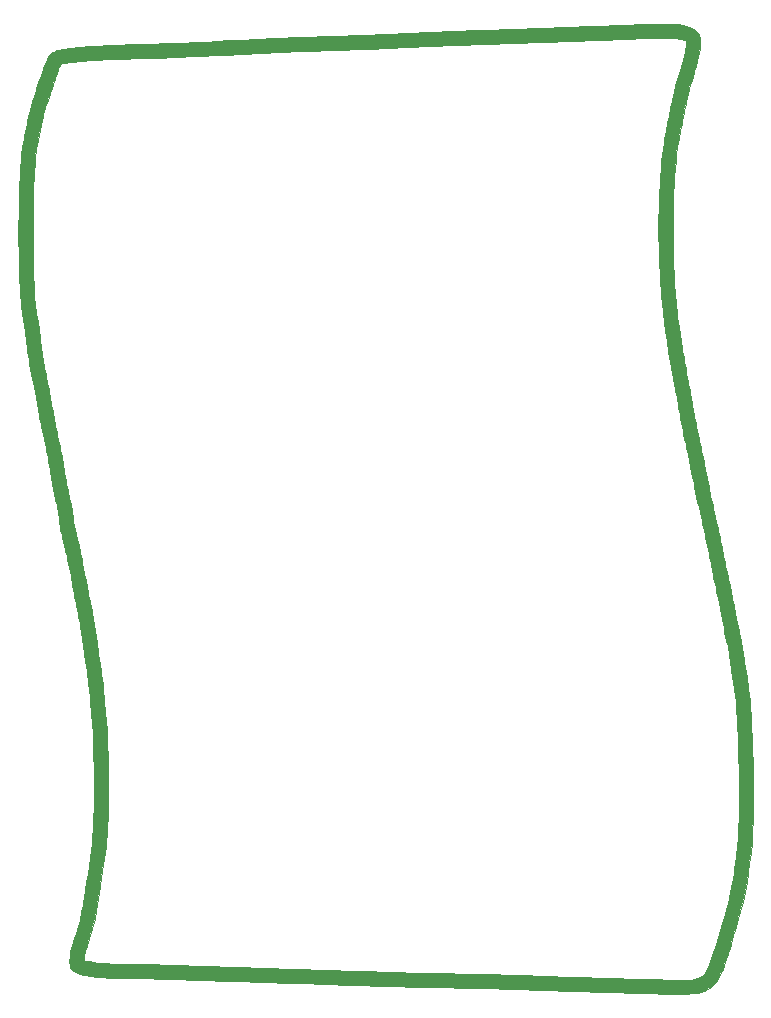
<source format=gto>
G04 #@! TF.GenerationSoftware,KiCad,Pcbnew,5.1.5-52549c5~84~ubuntu18.04.1*
G04 #@! TF.CreationDate,2020-02-22T18:37:13-07:00*
G04 #@! TF.ProjectId,001,3030312e-6b69-4636-9164-5f7063625858,rev?*
G04 #@! TF.SameCoordinates,Original*
G04 #@! TF.FileFunction,Legend,Top*
G04 #@! TF.FilePolarity,Positive*
%FSLAX46Y46*%
G04 Gerber Fmt 4.6, Leading zero omitted, Abs format (unit mm)*
G04 Created by KiCad (PCBNEW 5.1.5-52549c5~84~ubuntu18.04.1) date 2020-02-22 18:37:13*
%MOMM*%
%LPD*%
G04 APERTURE LIST*
%ADD10C,0.010000*%
G04 APERTURE END LIST*
D10*
G36*
X163347602Y-48510121D02*
G01*
X163652253Y-48513251D01*
X163922274Y-48518951D01*
X164161490Y-48527397D01*
X164373722Y-48538766D01*
X164562794Y-48553232D01*
X164732529Y-48570972D01*
X164886750Y-48592163D01*
X164921424Y-48597707D01*
X165223527Y-48661082D01*
X165489790Y-48746242D01*
X165720925Y-48853620D01*
X165917644Y-48983648D01*
X166080658Y-49136756D01*
X166210681Y-49313377D01*
X166263902Y-49411379D01*
X166328427Y-49568726D01*
X166374343Y-49739348D01*
X166401457Y-49926052D01*
X166409576Y-50131641D01*
X166398507Y-50358924D01*
X166368056Y-50610704D01*
X166318031Y-50889788D01*
X166248238Y-51198982D01*
X166158484Y-51541091D01*
X166104119Y-51732036D01*
X166059177Y-51886255D01*
X166006726Y-52066239D01*
X165951099Y-52257112D01*
X165896632Y-52443997D01*
X165848323Y-52609750D01*
X165758241Y-52924838D01*
X165662974Y-53268997D01*
X165565806Y-53629816D01*
X165470018Y-53994888D01*
X165378896Y-54351804D01*
X165295720Y-54688157D01*
X165268671Y-54800500D01*
X165235904Y-54941827D01*
X165197054Y-55116419D01*
X165152983Y-55319956D01*
X165104547Y-55548121D01*
X165052607Y-55796598D01*
X164998021Y-56061067D01*
X164941649Y-56337213D01*
X164884350Y-56620718D01*
X164826982Y-56907263D01*
X164770406Y-57192532D01*
X164715479Y-57472207D01*
X164663062Y-57741971D01*
X164614014Y-57997506D01*
X164569193Y-58234495D01*
X164529458Y-58448620D01*
X164495670Y-58635564D01*
X164468686Y-58791010D01*
X164449366Y-58910639D01*
X164445238Y-58938583D01*
X164372359Y-59492508D01*
X164306709Y-60084669D01*
X164248380Y-60711574D01*
X164197465Y-61369730D01*
X164154056Y-62055646D01*
X164118246Y-62765829D01*
X164090126Y-63496789D01*
X164069790Y-64245032D01*
X164057329Y-65007067D01*
X164052836Y-65779402D01*
X164056403Y-66558545D01*
X164068122Y-67341004D01*
X164088087Y-68123288D01*
X164116388Y-68901904D01*
X164153119Y-69673360D01*
X164158682Y-69775916D01*
X164185756Y-70239744D01*
X164215161Y-70686325D01*
X164247470Y-71120878D01*
X164283253Y-71548625D01*
X164323083Y-71974787D01*
X164367530Y-72404584D01*
X164417168Y-72843237D01*
X164472566Y-73295965D01*
X164534297Y-73767991D01*
X164602933Y-74264535D01*
X164679045Y-74790816D01*
X164763204Y-75352057D01*
X164784415Y-75490916D01*
X164838246Y-75838898D01*
X164889947Y-76165736D01*
X164940766Y-76478601D01*
X164991954Y-76784664D01*
X165044757Y-77091096D01*
X165100426Y-77405066D01*
X165160209Y-77733746D01*
X165225354Y-78084306D01*
X165297111Y-78463916D01*
X165353938Y-78761166D01*
X165399300Y-78999682D01*
X165447889Y-79259015D01*
X165497874Y-79529150D01*
X165547427Y-79800070D01*
X165594718Y-80061757D01*
X165637916Y-80304196D01*
X165675192Y-80517370D01*
X165682586Y-80560333D01*
X165728758Y-80827179D01*
X165773724Y-81081653D01*
X165818507Y-81328959D01*
X165864130Y-81574302D01*
X165911618Y-81822885D01*
X165961994Y-82079915D01*
X166016283Y-82350595D01*
X166075508Y-82640129D01*
X166140693Y-82953722D01*
X166212863Y-83296580D01*
X166293040Y-83673905D01*
X166319712Y-83798833D01*
X166382620Y-84094180D01*
X166443527Y-84382278D01*
X166503376Y-84667748D01*
X166563108Y-84955211D01*
X166623662Y-85249290D01*
X166685982Y-85554604D01*
X166751006Y-85875777D01*
X166819677Y-86217429D01*
X166892936Y-86584182D01*
X166971724Y-86980658D01*
X167056981Y-87411477D01*
X167108469Y-87672333D01*
X167160164Y-87931906D01*
X167211733Y-88185321D01*
X167264438Y-88438362D01*
X167319542Y-88696812D01*
X167378307Y-88966456D01*
X167441996Y-89253076D01*
X167511871Y-89562457D01*
X167589197Y-89900383D01*
X167675234Y-90272637D01*
X167690721Y-90339333D01*
X167759800Y-90638376D01*
X167823070Y-90916276D01*
X167882124Y-91180526D01*
X167938554Y-91438619D01*
X167993954Y-91698049D01*
X168049916Y-91966310D01*
X168108033Y-92250894D01*
X168169899Y-92559296D01*
X168237106Y-92899010D01*
X168264419Y-93038083D01*
X168309756Y-93267102D01*
X168361951Y-93526978D01*
X168418848Y-93807203D01*
X168478291Y-94097271D01*
X168538123Y-94386675D01*
X168596190Y-94664910D01*
X168650334Y-94921467D01*
X168666208Y-94996000D01*
X168727518Y-95283809D01*
X168782859Y-95545260D01*
X168833564Y-95786983D01*
X168880967Y-96015612D01*
X168926402Y-96237777D01*
X168971202Y-96460110D01*
X169016703Y-96689243D01*
X169064236Y-96931807D01*
X169115137Y-97194434D01*
X169170738Y-97483755D01*
X169232374Y-97806404D01*
X169248988Y-97893606D01*
X169341846Y-98375402D01*
X169429871Y-98820291D01*
X169512839Y-99227180D01*
X169590525Y-99594978D01*
X169662704Y-99922590D01*
X169702750Y-100097166D01*
X169769047Y-100387658D01*
X169827279Y-100657761D01*
X169879244Y-100917414D01*
X169926737Y-101176554D01*
X169971555Y-101445121D01*
X170015494Y-101733053D01*
X170060351Y-102050287D01*
X170074189Y-102152167D01*
X170092183Y-102282060D01*
X170115579Y-102445316D01*
X170143121Y-102633492D01*
X170173557Y-102838143D01*
X170205632Y-103050827D01*
X170238091Y-103263100D01*
X170264399Y-103432750D01*
X170320659Y-103794674D01*
X170370436Y-104119079D01*
X170414263Y-104410196D01*
X170452670Y-104672255D01*
X170486187Y-104909487D01*
X170515345Y-105126122D01*
X170540675Y-105326389D01*
X170562706Y-105514520D01*
X170581970Y-105694744D01*
X170598998Y-105871292D01*
X170614319Y-106048394D01*
X170628465Y-106230280D01*
X170641966Y-106421180D01*
X170645137Y-106468333D01*
X170677377Y-106987571D01*
X170707587Y-107547505D01*
X170735706Y-108146542D01*
X170761672Y-108783092D01*
X170785424Y-109455560D01*
X170806899Y-110162357D01*
X170826037Y-110901889D01*
X170838099Y-111442500D01*
X170842903Y-111708004D01*
X170846818Y-111998757D01*
X170849865Y-112310792D01*
X170852068Y-112640139D01*
X170853449Y-112982831D01*
X170854031Y-113334899D01*
X170853838Y-113692374D01*
X170852892Y-114051289D01*
X170851216Y-114407675D01*
X170848833Y-114757564D01*
X170845766Y-115096988D01*
X170842039Y-115421978D01*
X170837673Y-115728565D01*
X170832691Y-116012783D01*
X170827118Y-116270661D01*
X170820975Y-116498233D01*
X170814286Y-116691530D01*
X170807073Y-116846582D01*
X170806850Y-116850583D01*
X170745517Y-117775633D01*
X170666863Y-118667108D01*
X170570068Y-119530417D01*
X170454312Y-120370970D01*
X170318776Y-121194177D01*
X170162640Y-122005448D01*
X169985083Y-122810191D01*
X169785286Y-123613817D01*
X169777066Y-123645083D01*
X169706212Y-123909072D01*
X169623906Y-124207105D01*
X169531957Y-124533024D01*
X169432178Y-124880672D01*
X169326381Y-125243890D01*
X169216378Y-125616522D01*
X169103979Y-125992409D01*
X168990998Y-126365395D01*
X168879246Y-126729320D01*
X168770534Y-127078029D01*
X168718308Y-127243416D01*
X168601096Y-127607495D01*
X168492330Y-127933565D01*
X168390707Y-128224816D01*
X168294929Y-128484437D01*
X168203692Y-128715614D01*
X168115698Y-128921538D01*
X168029643Y-129105395D01*
X167944229Y-129270376D01*
X167858153Y-129419667D01*
X167781226Y-129540000D01*
X167670445Y-129686279D01*
X167535872Y-129834154D01*
X167388586Y-129972990D01*
X167239666Y-130092151D01*
X167132323Y-130162944D01*
X166923422Y-130272854D01*
X166689301Y-130374118D01*
X166443788Y-130461834D01*
X166200713Y-130531100D01*
X165973904Y-130577014D01*
X165957250Y-130579478D01*
X165909315Y-130583408D01*
X165823660Y-130587265D01*
X165704897Y-130591006D01*
X165557636Y-130594586D01*
X165386492Y-130597961D01*
X165196076Y-130601087D01*
X164991000Y-130603921D01*
X164775877Y-130606419D01*
X164555320Y-130608537D01*
X164333939Y-130610230D01*
X164116349Y-130611456D01*
X163907160Y-130612169D01*
X163710986Y-130612326D01*
X163532439Y-130611884D01*
X163376130Y-130610798D01*
X163246673Y-130609025D01*
X163148679Y-130606520D01*
X163142083Y-130606277D01*
X163083236Y-130604297D01*
X162987770Y-130601397D01*
X162861387Y-130597739D01*
X162709788Y-130593480D01*
X162538674Y-130588780D01*
X162353746Y-130583800D01*
X162160705Y-130578700D01*
X162115500Y-130577519D01*
X161892743Y-130571624D01*
X161652081Y-130565091D01*
X161404030Y-130558216D01*
X161159110Y-130551296D01*
X160927837Y-130544627D01*
X160720731Y-130538505D01*
X160591500Y-130534573D01*
X160428163Y-130529541D01*
X160230606Y-130523488D01*
X160006922Y-130516659D01*
X159765206Y-130509301D01*
X159513551Y-130501659D01*
X159260052Y-130493981D01*
X159012801Y-130486511D01*
X158855833Y-130481781D01*
X158598959Y-130474013D01*
X158315181Y-130465366D01*
X158015390Y-130456177D01*
X157710479Y-130446782D01*
X157411340Y-130437517D01*
X157128862Y-130428717D01*
X156873940Y-130420718D01*
X156792083Y-130418133D01*
X156578368Y-130411376D01*
X156330438Y-130403546D01*
X156056390Y-130394896D01*
X155764319Y-130385684D01*
X155462323Y-130376163D01*
X155158499Y-130366590D01*
X154860944Y-130357219D01*
X154577754Y-130348306D01*
X154453166Y-130344387D01*
X154195591Y-130336255D01*
X153932710Y-130327897D01*
X153670652Y-130319512D01*
X153415544Y-130311298D01*
X153173516Y-130303454D01*
X152950697Y-130296179D01*
X152753214Y-130289669D01*
X152587196Y-130284125D01*
X152484666Y-130280639D01*
X152366333Y-130276594D01*
X152210193Y-130271297D01*
X152020752Y-130264898D01*
X151802513Y-130257549D01*
X151559981Y-130249401D01*
X151297660Y-130240605D01*
X151020054Y-130231312D01*
X150731667Y-130221673D01*
X150437003Y-130211840D01*
X150140567Y-130201962D01*
X149987000Y-130196852D01*
X149702126Y-130187331D01*
X149424393Y-130177963D01*
X149157403Y-130168874D01*
X148904761Y-130160191D01*
X148670070Y-130152039D01*
X148456932Y-130144546D01*
X148268952Y-130137838D01*
X148109732Y-130132041D01*
X147982876Y-130127283D01*
X147891988Y-130123688D01*
X147849166Y-130121812D01*
X147789239Y-130119750D01*
X147690443Y-130117382D01*
X147556243Y-130114755D01*
X147390103Y-130111919D01*
X147195485Y-130108924D01*
X146975855Y-130105816D01*
X146734675Y-130102647D01*
X146475410Y-130099463D01*
X146201523Y-130096315D01*
X145916478Y-130093250D01*
X145623738Y-130090319D01*
X145594916Y-130090042D01*
X145416354Y-130088330D01*
X145245285Y-130086671D01*
X145080520Y-130085029D01*
X144920867Y-130083370D01*
X144765137Y-130081661D01*
X144612137Y-130079867D01*
X144460679Y-130077953D01*
X144309570Y-130075885D01*
X144157621Y-130073630D01*
X144003642Y-130071153D01*
X143846440Y-130068419D01*
X143684826Y-130065395D01*
X143517610Y-130062047D01*
X143343600Y-130058339D01*
X143161605Y-130054238D01*
X142970437Y-130049710D01*
X142768902Y-130044720D01*
X142555812Y-130039234D01*
X142329976Y-130033218D01*
X142090202Y-130026638D01*
X141835301Y-130019459D01*
X141564081Y-130011647D01*
X141275353Y-130003169D01*
X140967925Y-129993989D01*
X140640606Y-129984073D01*
X140292208Y-129973388D01*
X139921537Y-129961899D01*
X139527405Y-129949572D01*
X139108620Y-129936372D01*
X138663992Y-129922266D01*
X138192331Y-129907218D01*
X137692445Y-129891196D01*
X137163144Y-129874164D01*
X136603237Y-129856089D01*
X136011534Y-129836936D01*
X135386845Y-129816671D01*
X134727978Y-129795259D01*
X134033743Y-129772667D01*
X133302949Y-129748861D01*
X132534406Y-129723805D01*
X131726924Y-129697466D01*
X130879311Y-129669810D01*
X130143250Y-129645790D01*
X129937707Y-129639111D01*
X129694890Y-129631267D01*
X129419840Y-129622420D01*
X129117595Y-129612730D01*
X128793195Y-129602358D01*
X128451679Y-129591465D01*
X128098086Y-129580212D01*
X127737456Y-129568758D01*
X127374827Y-129557265D01*
X127015240Y-129545893D01*
X126663733Y-129534803D01*
X126492000Y-129529395D01*
X126150063Y-129518582D01*
X125800011Y-129507410D01*
X125446612Y-129496037D01*
X125094631Y-129484620D01*
X124748835Y-129473316D01*
X124413990Y-129462284D01*
X124094863Y-129451681D01*
X123796220Y-129441663D01*
X123522828Y-129432388D01*
X123279454Y-129424014D01*
X123070863Y-129416699D01*
X122967750Y-129413004D01*
X122723941Y-129404193D01*
X122472138Y-129395116D01*
X122219437Y-129386026D01*
X121972931Y-129377178D01*
X121739715Y-129368826D01*
X121526885Y-129361225D01*
X121341535Y-129354629D01*
X121190759Y-129349292D01*
X121179166Y-129348883D01*
X121061957Y-129345293D01*
X120906838Y-129341391D01*
X120718229Y-129337250D01*
X120500552Y-129332948D01*
X120258228Y-129328557D01*
X119995679Y-129324155D01*
X119717325Y-129319815D01*
X119427588Y-129315614D01*
X119130888Y-129311625D01*
X118831648Y-129307925D01*
X118639166Y-129305724D01*
X118354400Y-129302480D01*
X118079168Y-129299156D01*
X117816762Y-129295802D01*
X117570477Y-129292470D01*
X117343607Y-129289209D01*
X117139444Y-129286071D01*
X116961282Y-129283105D01*
X116812415Y-129280362D01*
X116696137Y-129277894D01*
X116615741Y-129275750D01*
X116575416Y-129274046D01*
X116228614Y-129248866D01*
X115919847Y-129225096D01*
X115644861Y-129202242D01*
X115399400Y-129179810D01*
X115179211Y-129157305D01*
X114980038Y-129134234D01*
X114797626Y-129110101D01*
X114627720Y-129084413D01*
X114466065Y-129056676D01*
X114308408Y-129026394D01*
X114150491Y-128993074D01*
X114143399Y-128991515D01*
X113893764Y-128930267D01*
X113682774Y-128864039D01*
X113506829Y-128790630D01*
X113362334Y-128707839D01*
X113245689Y-128613464D01*
X113153297Y-128505304D01*
X113081561Y-128381157D01*
X113058238Y-128327514D01*
X113033726Y-128258436D01*
X113016600Y-128187321D01*
X113004964Y-128102489D01*
X112996924Y-127992262D01*
X112993978Y-127931333D01*
X112993139Y-127753272D01*
X113005932Y-127559348D01*
X113032973Y-127346786D01*
X113074879Y-127112811D01*
X113132266Y-126854646D01*
X113205751Y-126569518D01*
X113295950Y-126254650D01*
X113403481Y-125907267D01*
X113528111Y-125527119D01*
X113631015Y-125215358D01*
X113719550Y-124934976D01*
X113795624Y-124678272D01*
X113861143Y-124437545D01*
X113918015Y-124205093D01*
X113968147Y-123973217D01*
X114013445Y-123734214D01*
X114055816Y-123480385D01*
X114088507Y-123264083D01*
X114100660Y-123183729D01*
X114118954Y-123067072D01*
X114142507Y-122919554D01*
X114170434Y-122746619D01*
X114201852Y-122553709D01*
X114235878Y-122346268D01*
X114271629Y-122129738D01*
X114308222Y-121909563D01*
X114311778Y-121888250D01*
X114431752Y-121152432D01*
X114540811Y-120448426D01*
X114638753Y-119777704D01*
X114725376Y-119141738D01*
X114800481Y-118542001D01*
X114863866Y-117979966D01*
X114912742Y-117485583D01*
X114936075Y-117218160D01*
X114957059Y-116951216D01*
X114975756Y-116681877D01*
X114992232Y-116407270D01*
X115006548Y-116124521D01*
X115018770Y-115830758D01*
X115028960Y-115523108D01*
X115037182Y-115198697D01*
X115043500Y-114854652D01*
X115047977Y-114488100D01*
X115050676Y-114096168D01*
X115051662Y-113675982D01*
X115050998Y-113224670D01*
X115048747Y-112739359D01*
X115044974Y-112217174D01*
X115040371Y-111717666D01*
X115037100Y-111407152D01*
X115033553Y-111099971D01*
X115029792Y-110799875D01*
X115025876Y-110510611D01*
X115021865Y-110235931D01*
X115017820Y-109979582D01*
X115013801Y-109745315D01*
X115009868Y-109536878D01*
X115006080Y-109358023D01*
X115002499Y-109212497D01*
X114999184Y-109104051D01*
X114997943Y-109071833D01*
X114981716Y-108738642D01*
X114959713Y-108374684D01*
X114931826Y-107978727D01*
X114897945Y-107549543D01*
X114857960Y-107085899D01*
X114811760Y-106586567D01*
X114759235Y-106050315D01*
X114700277Y-105475914D01*
X114634774Y-104862133D01*
X114565692Y-104235250D01*
X114535630Y-103966782D01*
X114509699Y-103736818D01*
X114487434Y-103541778D01*
X114468370Y-103378081D01*
X114452043Y-103242148D01*
X114437987Y-103130399D01*
X114425738Y-103039255D01*
X114414830Y-102965135D01*
X114404800Y-102904460D01*
X114395180Y-102853650D01*
X114385508Y-102809125D01*
X114375318Y-102767305D01*
X114374774Y-102765169D01*
X114359089Y-102700069D01*
X114343519Y-102626956D01*
X114327474Y-102541949D01*
X114310368Y-102441167D01*
X114291611Y-102320728D01*
X114270615Y-102176752D01*
X114246793Y-102005356D01*
X114219557Y-101802661D01*
X114188318Y-101564784D01*
X114161344Y-101356583D01*
X114117244Y-101017307D01*
X114076536Y-100710714D01*
X114038187Y-100430540D01*
X114001167Y-100170520D01*
X113964444Y-99924389D01*
X113926986Y-99685885D01*
X113887762Y-99448741D01*
X113845740Y-99206694D01*
X113799888Y-98953480D01*
X113749176Y-98682833D01*
X113692571Y-98388491D01*
X113629041Y-98064188D01*
X113570524Y-97768833D01*
X113524475Y-97536278D01*
X113472162Y-97270368D01*
X113415186Y-96979342D01*
X113355150Y-96671439D01*
X113293655Y-96354901D01*
X113232303Y-96037968D01*
X113172697Y-95728878D01*
X113116438Y-95435873D01*
X113084802Y-95270411D01*
X113006427Y-94861162D01*
X112934804Y-94490370D01*
X112869246Y-94154815D01*
X112809068Y-93851280D01*
X112753583Y-93576546D01*
X112702107Y-93327394D01*
X112653952Y-93100607D01*
X112608434Y-92892965D01*
X112564865Y-92701249D01*
X112522562Y-92522243D01*
X112480836Y-92352726D01*
X112439003Y-92189481D01*
X112396377Y-92029289D01*
X112385787Y-91990333D01*
X112324243Y-91761190D01*
X112273921Y-91564211D01*
X112233271Y-91391201D01*
X112200744Y-91233964D01*
X112174789Y-91084304D01*
X112153856Y-90934025D01*
X112136394Y-90774931D01*
X112120855Y-90598825D01*
X112119568Y-90582750D01*
X112106773Y-90436301D01*
X112091751Y-90295484D01*
X112073508Y-90154839D01*
X112051050Y-90008910D01*
X112023382Y-89852236D01*
X111989510Y-89679360D01*
X111948440Y-89484824D01*
X111899178Y-89263169D01*
X111840729Y-89008937D01*
X111805345Y-88857666D01*
X111751234Y-88624697D01*
X111701877Y-88405792D01*
X111656198Y-88195233D01*
X111613124Y-87987305D01*
X111571580Y-87776289D01*
X111530492Y-87556468D01*
X111488787Y-87322126D01*
X111445389Y-87067544D01*
X111399225Y-86787006D01*
X111349219Y-86474794D01*
X111305988Y-86200040D01*
X111249332Y-85843663D01*
X111195201Y-85516655D01*
X111141739Y-85209224D01*
X111087088Y-84911576D01*
X111029392Y-84613918D01*
X110966793Y-84306458D01*
X110897434Y-83979403D01*
X110819458Y-83622960D01*
X110804473Y-83555416D01*
X110729785Y-83217107D01*
X110663477Y-82911384D01*
X110603848Y-82629717D01*
X110549199Y-82363575D01*
X110497827Y-82104429D01*
X110448034Y-81843748D01*
X110398119Y-81573003D01*
X110346380Y-81283664D01*
X110308662Y-81068333D01*
X110220223Y-80566572D01*
X110135210Y-80098316D01*
X110052003Y-79655034D01*
X109968986Y-79228199D01*
X109884538Y-78809283D01*
X109831516Y-78553432D01*
X109741600Y-78114494D01*
X109662234Y-77705561D01*
X109591725Y-77316112D01*
X109528383Y-76935626D01*
X109470517Y-76553584D01*
X109416435Y-76159463D01*
X109364447Y-75742745D01*
X109325191Y-75403522D01*
X109293517Y-75125037D01*
X109265056Y-74882725D01*
X109238964Y-74670623D01*
X109214399Y-74482764D01*
X109190515Y-74313185D01*
X109166471Y-74155921D01*
X109141421Y-74005007D01*
X109114522Y-73854477D01*
X109084932Y-73698368D01*
X109081586Y-73681166D01*
X109048266Y-73507138D01*
X109020223Y-73352421D01*
X108996250Y-73208307D01*
X108975137Y-73066085D01*
X108955676Y-72917048D01*
X108936660Y-72752485D01*
X108916880Y-72563687D01*
X108895127Y-72341945D01*
X108893646Y-72326500D01*
X108858073Y-71931411D01*
X108826034Y-71524770D01*
X108797393Y-71103323D01*
X108772014Y-70663813D01*
X108749759Y-70202985D01*
X108730492Y-69717584D01*
X108714075Y-69204354D01*
X108700373Y-68660040D01*
X108689249Y-68081387D01*
X108680564Y-67465139D01*
X108677499Y-67183000D01*
X108674586Y-66760266D01*
X108673981Y-66318279D01*
X108674270Y-66235306D01*
X109866429Y-66235306D01*
X109868210Y-66936117D01*
X109874286Y-67626449D01*
X109884700Y-68301041D01*
X109899498Y-68954627D01*
X109918724Y-69581945D01*
X109942422Y-70177731D01*
X109951331Y-70368583D01*
X109977024Y-70859537D01*
X110004555Y-71310290D01*
X110034129Y-71722946D01*
X110065948Y-72099605D01*
X110100215Y-72442369D01*
X110137133Y-72753340D01*
X110176906Y-73034620D01*
X110219736Y-73288311D01*
X110246782Y-73427166D01*
X110290928Y-73659734D01*
X110336044Y-73932035D01*
X110381760Y-74241493D01*
X110427707Y-74585528D01*
X110473516Y-74961564D01*
X110500018Y-75194583D01*
X110528689Y-75449819D01*
X110555879Y-75683886D01*
X110582365Y-75901538D01*
X110608922Y-76107527D01*
X110636328Y-76306607D01*
X110665358Y-76503533D01*
X110696789Y-76703057D01*
X110731397Y-76909934D01*
X110769958Y-77128917D01*
X110813249Y-77364760D01*
X110862046Y-77622215D01*
X110917125Y-77906038D01*
X110979263Y-78220982D01*
X111049236Y-78571800D01*
X111061729Y-78634166D01*
X111113201Y-78893181D01*
X111166804Y-79166940D01*
X111221087Y-79447786D01*
X111274601Y-79728065D01*
X111325897Y-80000120D01*
X111373525Y-80256296D01*
X111416036Y-80488936D01*
X111451979Y-80690386D01*
X111462518Y-80750833D01*
X111512663Y-81038155D01*
X111559579Y-81301307D01*
X111604744Y-81547726D01*
X111649634Y-81784850D01*
X111695726Y-82020116D01*
X111744496Y-82260961D01*
X111797422Y-82514822D01*
X111855979Y-82789136D01*
X111921645Y-83091340D01*
X111979439Y-83354333D01*
X112053126Y-83691358D01*
X112118611Y-83998015D01*
X112177539Y-84283052D01*
X112231555Y-84555219D01*
X112282306Y-84823266D01*
X112331436Y-85095941D01*
X112380592Y-85381993D01*
X112431419Y-85690173D01*
X112485562Y-86029228D01*
X112500957Y-86127166D01*
X112560421Y-86500911D01*
X112616257Y-86839335D01*
X112669737Y-87149166D01*
X112722133Y-87437133D01*
X112774719Y-87709962D01*
X112828767Y-87974382D01*
X112885549Y-88237121D01*
X112946338Y-88504906D01*
X112969407Y-88603666D01*
X113038721Y-88902081D01*
X113097770Y-89165085D01*
X113147532Y-89398082D01*
X113188980Y-89606474D01*
X113223089Y-89795667D01*
X113250835Y-89971062D01*
X113273191Y-90138064D01*
X113291134Y-90302076D01*
X113305470Y-90466333D01*
X113317978Y-90614314D01*
X113331892Y-90746234D01*
X113348748Y-90870234D01*
X113370084Y-90994455D01*
X113397438Y-91127039D01*
X113432347Y-91276127D01*
X113476348Y-91449860D01*
X113528312Y-91646423D01*
X113575518Y-91825413D01*
X113621631Y-92006086D01*
X113667308Y-92191536D01*
X113713202Y-92384858D01*
X113759967Y-92589146D01*
X113808259Y-92807496D01*
X113858731Y-93043002D01*
X113912039Y-93298759D01*
X113968835Y-93577861D01*
X114029775Y-93883403D01*
X114095514Y-94218480D01*
X114166705Y-94586186D01*
X114244003Y-94989616D01*
X114321677Y-95398166D01*
X114355018Y-95573015D01*
X114395234Y-95782153D01*
X114440917Y-96018356D01*
X114490661Y-96274400D01*
X114543056Y-96543057D01*
X114596696Y-96817104D01*
X114650174Y-97089316D01*
X114702080Y-97352466D01*
X114723741Y-97461916D01*
X114797024Y-97833422D01*
X114862446Y-98169116D01*
X114920935Y-98474597D01*
X114973417Y-98755466D01*
X115020820Y-99017322D01*
X115064069Y-99265764D01*
X115104092Y-99506393D01*
X115141816Y-99744806D01*
X115178167Y-99986605D01*
X115214073Y-100237389D01*
X115250460Y-100502756D01*
X115288254Y-100788307D01*
X115328383Y-101099642D01*
X115336846Y-101166083D01*
X115370367Y-101427907D01*
X115399567Y-101651629D01*
X115425042Y-101841195D01*
X115447386Y-102000549D01*
X115467195Y-102133637D01*
X115485065Y-102244404D01*
X115501592Y-102336794D01*
X115517370Y-102414754D01*
X115532994Y-102482227D01*
X115539179Y-102506565D01*
X115552847Y-102563695D01*
X115566607Y-102631644D01*
X115580948Y-102714025D01*
X115596358Y-102814453D01*
X115613327Y-102936541D01*
X115632344Y-103083905D01*
X115653897Y-103260157D01*
X115678476Y-103468911D01*
X115706569Y-103713783D01*
X115727233Y-103896583D01*
X115794182Y-104498246D01*
X115855178Y-105060949D01*
X115910462Y-105587610D01*
X115960274Y-106081145D01*
X116004857Y-106544473D01*
X116044450Y-106980511D01*
X116079297Y-107392176D01*
X116109637Y-107782387D01*
X116135711Y-108154060D01*
X116157762Y-108510113D01*
X116176030Y-108853464D01*
X116190756Y-109187030D01*
X116202181Y-109513729D01*
X116207532Y-109706833D01*
X116211749Y-109898667D01*
X116215606Y-110120798D01*
X116219102Y-110369984D01*
X116222236Y-110642984D01*
X116225007Y-110936558D01*
X116227414Y-111247466D01*
X116229455Y-111572466D01*
X116231130Y-111908317D01*
X116232437Y-112251780D01*
X116233375Y-112599613D01*
X116233943Y-112948575D01*
X116234141Y-113295427D01*
X116233966Y-113636926D01*
X116233417Y-113969833D01*
X116232495Y-114290906D01*
X116231196Y-114596906D01*
X116229521Y-114884590D01*
X116227469Y-115150719D01*
X116225037Y-115392052D01*
X116222225Y-115605347D01*
X116219031Y-115787365D01*
X116215456Y-115934865D01*
X116211497Y-116044605D01*
X116209758Y-116078000D01*
X116177054Y-116586381D01*
X116139384Y-117089272D01*
X116096211Y-117591025D01*
X116046998Y-118095993D01*
X115991206Y-118608525D01*
X115928298Y-119132976D01*
X115857736Y-119673696D01*
X115778983Y-120235037D01*
X115691500Y-120821351D01*
X115594749Y-121436991D01*
X115488194Y-122086307D01*
X115410696Y-122544416D01*
X115381475Y-122717584D01*
X115351309Y-122900439D01*
X115322026Y-123081608D01*
X115295453Y-123249723D01*
X115273418Y-123393412D01*
X115264378Y-123454583D01*
X115218859Y-123752742D01*
X115171561Y-124028176D01*
X115120473Y-124289072D01*
X115063586Y-124543617D01*
X114998890Y-124799999D01*
X114924377Y-125066407D01*
X114838037Y-125351028D01*
X114737860Y-125662051D01*
X114680003Y-125835833D01*
X114617988Y-126022683D01*
X114556624Y-126211775D01*
X114498191Y-126395775D01*
X114444971Y-126567354D01*
X114399245Y-126719178D01*
X114363293Y-126843918D01*
X114343818Y-126916454D01*
X114315599Y-127032306D01*
X114286864Y-127158878D01*
X114258922Y-127289372D01*
X114233081Y-127416990D01*
X114210650Y-127534934D01*
X114192937Y-127636406D01*
X114181252Y-127714608D01*
X114176903Y-127762742D01*
X114178606Y-127774662D01*
X114201036Y-127781798D01*
X114256445Y-127795614D01*
X114336386Y-127814092D01*
X114428257Y-127834319D01*
X114695294Y-127885498D01*
X115003588Y-127932936D01*
X115352220Y-127976530D01*
X115740272Y-128016175D01*
X116166823Y-128051764D01*
X116586000Y-128080436D01*
X116659172Y-128083849D01*
X116770987Y-128087519D01*
X116917756Y-128091381D01*
X117095791Y-128095370D01*
X117301401Y-128099420D01*
X117530898Y-128103467D01*
X117780592Y-128107444D01*
X118046796Y-128111287D01*
X118325819Y-128114931D01*
X118613973Y-128118310D01*
X118893166Y-128121219D01*
X119183920Y-128124170D01*
X119467164Y-128127260D01*
X119739421Y-128130439D01*
X119997212Y-128133656D01*
X120237061Y-128136862D01*
X120455490Y-128140006D01*
X120649019Y-128143038D01*
X120814173Y-128145908D01*
X120947472Y-128148566D01*
X121045439Y-128150963D01*
X121104596Y-128153047D01*
X121105083Y-128153071D01*
X121228755Y-128158817D01*
X121394704Y-128165780D01*
X121602889Y-128173958D01*
X121853270Y-128183351D01*
X122145807Y-128193958D01*
X122480461Y-128205776D01*
X122857192Y-128218804D01*
X123275960Y-128233041D01*
X123736725Y-128248486D01*
X124239447Y-128265138D01*
X124784087Y-128282994D01*
X125370604Y-128302054D01*
X125998959Y-128322317D01*
X126669112Y-128343780D01*
X127381023Y-128366443D01*
X128026583Y-128386890D01*
X128219291Y-128393005D01*
X128451268Y-128400407D01*
X128719472Y-128408998D01*
X129020862Y-128418679D01*
X129352397Y-128429353D01*
X129711035Y-128440920D01*
X130093734Y-128453282D01*
X130497453Y-128466341D01*
X130919150Y-128479999D01*
X131355783Y-128494156D01*
X131804312Y-128508714D01*
X132261694Y-128523575D01*
X132724889Y-128538641D01*
X133190853Y-128553813D01*
X133656547Y-128568992D01*
X134118928Y-128584080D01*
X134228416Y-128587656D01*
X134976224Y-128612061D01*
X135683321Y-128635096D01*
X136351307Y-128656803D01*
X136981780Y-128677227D01*
X137576339Y-128696412D01*
X138136583Y-128714401D01*
X138664112Y-128731237D01*
X139160524Y-128746966D01*
X139627418Y-128761630D01*
X140066394Y-128775273D01*
X140479050Y-128787940D01*
X140866984Y-128799674D01*
X141231798Y-128810518D01*
X141575088Y-128820517D01*
X141898455Y-128829715D01*
X142203496Y-128838155D01*
X142491813Y-128845880D01*
X142765002Y-128852936D01*
X143024663Y-128859365D01*
X143272396Y-128865211D01*
X143509798Y-128870519D01*
X143738470Y-128875332D01*
X143960010Y-128879693D01*
X144176018Y-128883647D01*
X144388091Y-128887238D01*
X144597829Y-128890508D01*
X144806832Y-128893503D01*
X145016698Y-128896265D01*
X145229026Y-128898840D01*
X145445414Y-128901269D01*
X145667464Y-128903598D01*
X145817166Y-128905093D01*
X146125671Y-128908402D01*
X146439348Y-128912289D01*
X146753258Y-128916663D01*
X147062460Y-128921436D01*
X147362016Y-128926516D01*
X147646986Y-128931813D01*
X147912431Y-128937237D01*
X148153411Y-128942699D01*
X148364987Y-128948106D01*
X148542219Y-128953371D01*
X148632333Y-128956510D01*
X148920816Y-128967166D01*
X149248705Y-128978968D01*
X149613089Y-128991821D01*
X150011058Y-129005634D01*
X150439704Y-129020315D01*
X150896115Y-129035770D01*
X151377383Y-129051908D01*
X151880596Y-129068636D01*
X152402846Y-129085862D01*
X152941222Y-129103493D01*
X153492814Y-129121436D01*
X154054713Y-129139600D01*
X154624009Y-129157892D01*
X155197792Y-129176220D01*
X155773152Y-129194490D01*
X156347178Y-129212611D01*
X156916962Y-129230490D01*
X157479594Y-129248035D01*
X158032162Y-129265154D01*
X158571759Y-129281753D01*
X159095473Y-129297741D01*
X159600395Y-129313025D01*
X160083614Y-129327512D01*
X160542222Y-129341111D01*
X160973308Y-129353729D01*
X161373963Y-129365272D01*
X161741276Y-129375650D01*
X162072337Y-129384769D01*
X162337750Y-129391847D01*
X162534569Y-129396997D01*
X162725913Y-129402012D01*
X162905885Y-129406736D01*
X163068586Y-129411014D01*
X163208119Y-129414691D01*
X163318585Y-129417612D01*
X163394086Y-129419621D01*
X163406666Y-129419959D01*
X163565166Y-129423465D01*
X163746509Y-129426167D01*
X163945036Y-129428088D01*
X164155091Y-129429249D01*
X164371015Y-129429673D01*
X164587150Y-129429381D01*
X164797839Y-129428395D01*
X164997424Y-129426737D01*
X165180246Y-129424430D01*
X165340648Y-129421493D01*
X165472972Y-129417951D01*
X165571561Y-129413823D01*
X165607554Y-129411458D01*
X165878698Y-129375895D01*
X166125141Y-129315307D01*
X166343730Y-129230899D01*
X166531306Y-129123880D01*
X166678149Y-129002120D01*
X166748948Y-128922138D01*
X166820181Y-128823188D01*
X166892798Y-128703013D01*
X166967750Y-128559353D01*
X167045988Y-128389948D01*
X167128464Y-128192538D01*
X167216128Y-127964866D01*
X167309932Y-127704671D01*
X167410827Y-127409694D01*
X167519764Y-127077676D01*
X167617536Y-126770553D01*
X167815383Y-126136350D01*
X167998258Y-125538323D01*
X168166915Y-124973347D01*
X168322111Y-124438294D01*
X168464601Y-123930040D01*
X168595141Y-123445457D01*
X168714486Y-122981419D01*
X168823392Y-122534800D01*
X168922615Y-122102474D01*
X169012911Y-121681315D01*
X169095035Y-121268196D01*
X169169743Y-120859990D01*
X169237791Y-120453573D01*
X169299934Y-120045817D01*
X169356928Y-119633595D01*
X169373339Y-119507000D01*
X169422654Y-119106758D01*
X169466388Y-118720231D01*
X169504855Y-118342167D01*
X169538369Y-117967319D01*
X169567243Y-117590437D01*
X169591791Y-117206272D01*
X169612327Y-116809575D01*
X169629164Y-116395097D01*
X169642617Y-115957588D01*
X169652999Y-115491801D01*
X169660624Y-114992484D01*
X169664327Y-114638666D01*
X169667428Y-114117305D01*
X169667783Y-113580656D01*
X169665497Y-113032108D01*
X169660676Y-112475054D01*
X169653424Y-111912883D01*
X169643848Y-111348988D01*
X169632052Y-110786759D01*
X169618143Y-110229586D01*
X169602224Y-109680862D01*
X169584402Y-109143977D01*
X169564782Y-108622322D01*
X169543469Y-108119288D01*
X169520568Y-107638266D01*
X169496186Y-107182647D01*
X169470426Y-106755823D01*
X169443394Y-106361183D01*
X169415197Y-106002119D01*
X169386250Y-105685166D01*
X169376286Y-105588677D01*
X169365109Y-105489060D01*
X169352172Y-105382497D01*
X169336927Y-105265173D01*
X169318827Y-105133271D01*
X169297325Y-104982973D01*
X169271873Y-104810463D01*
X169241924Y-104611925D01*
X169206932Y-104383542D01*
X169166348Y-104121497D01*
X169119625Y-103821973D01*
X169113085Y-103780166D01*
X169079599Y-103564409D01*
X169044929Y-103337810D01*
X169010386Y-103109159D01*
X168977281Y-102887250D01*
X168946928Y-102680873D01*
X168920636Y-102498821D01*
X168899929Y-102351416D01*
X168852804Y-102018113D01*
X168807711Y-101719490D01*
X168763343Y-101448024D01*
X168718396Y-101196195D01*
X168671567Y-100956479D01*
X168621550Y-100721355D01*
X168602633Y-100636916D01*
X168524846Y-100290243D01*
X168450043Y-99948717D01*
X168376706Y-99604990D01*
X168303316Y-99251714D01*
X168228356Y-98881544D01*
X168150305Y-98487130D01*
X168067646Y-98061126D01*
X168033911Y-97885250D01*
X167959432Y-97497328D01*
X167890872Y-97143668D01*
X167826730Y-96816855D01*
X167765501Y-96509474D01*
X167705683Y-96214109D01*
X167645771Y-95923345D01*
X167584263Y-95629767D01*
X167519656Y-95325959D01*
X167450445Y-95004506D01*
X167441728Y-94964250D01*
X167407331Y-94803283D01*
X167366634Y-94609138D01*
X167321351Y-94390207D01*
X167273195Y-94154878D01*
X167223879Y-93911542D01*
X167175117Y-93668590D01*
X167128623Y-93434412D01*
X167111029Y-93345000D01*
X167033250Y-92950627D01*
X166961492Y-92591408D01*
X166894359Y-92260817D01*
X166830456Y-91952330D01*
X166768387Y-91659421D01*
X166706758Y-91375565D01*
X166644172Y-91094238D01*
X166579234Y-90808913D01*
X166510549Y-90513067D01*
X166454666Y-90275833D01*
X166352710Y-89839971D01*
X166257522Y-89421307D01*
X166166902Y-89009545D01*
X166078653Y-88594390D01*
X165990576Y-88165546D01*
X165900473Y-87712716D01*
X165830950Y-87354833D01*
X165740201Y-86887714D01*
X165647899Y-86421387D01*
X165552531Y-85948450D01*
X165452581Y-85461500D01*
X165346534Y-84953134D01*
X165232874Y-84415950D01*
X165153001Y-84042250D01*
X165061021Y-83611098D01*
X164977698Y-83215262D01*
X164901877Y-82848876D01*
X164832406Y-82506075D01*
X164768132Y-82180994D01*
X164707901Y-81867766D01*
X164650561Y-81560527D01*
X164594959Y-81253411D01*
X164539941Y-80940552D01*
X164516339Y-80803750D01*
X164481090Y-80601213D01*
X164439503Y-80367050D01*
X164393388Y-80111175D01*
X164344557Y-79843505D01*
X164294821Y-79573954D01*
X164245991Y-79312438D01*
X164199879Y-79068870D01*
X164189606Y-79015166D01*
X164012426Y-78068530D01*
X163848040Y-77143960D01*
X163696739Y-76243481D01*
X163558815Y-75369120D01*
X163434557Y-74522904D01*
X163324257Y-73706860D01*
X163228205Y-72923013D01*
X163146692Y-72173391D01*
X163080009Y-71460020D01*
X163047705Y-71056500D01*
X162997619Y-70325906D01*
X162955447Y-69583164D01*
X162921117Y-68831348D01*
X162894559Y-68073529D01*
X162875701Y-67312781D01*
X162864473Y-66552176D01*
X162860802Y-65794788D01*
X162864618Y-65043690D01*
X162875850Y-64301955D01*
X162894427Y-63572655D01*
X162920276Y-62858863D01*
X162953328Y-62163653D01*
X162993511Y-61490097D01*
X163040754Y-60841269D01*
X163094986Y-60220240D01*
X163156135Y-59630086D01*
X163224131Y-59073877D01*
X163298902Y-58554687D01*
X163343508Y-58282416D01*
X163363653Y-58169572D01*
X163391517Y-58020183D01*
X163426114Y-57839131D01*
X163466458Y-57631299D01*
X163511560Y-57401572D01*
X163560435Y-57154830D01*
X163612095Y-56895959D01*
X163665555Y-56629840D01*
X163719828Y-56361356D01*
X163773926Y-56095392D01*
X163826863Y-55836828D01*
X163877653Y-55590550D01*
X163925309Y-55361439D01*
X163968844Y-55154379D01*
X164007271Y-54974252D01*
X164039604Y-54825942D01*
X164062049Y-54726416D01*
X164175142Y-54252469D01*
X164301487Y-53750494D01*
X164438130Y-53231574D01*
X164582118Y-52706790D01*
X164730497Y-52187225D01*
X164815862Y-51897806D01*
X164919633Y-51543211D01*
X165007754Y-51226655D01*
X165080433Y-50946925D01*
X165137883Y-50702809D01*
X165180313Y-50493096D01*
X165207934Y-50316575D01*
X165220957Y-50172033D01*
X165219592Y-50058260D01*
X165204051Y-49974044D01*
X165174543Y-49918172D01*
X165162111Y-49906021D01*
X165100510Y-49871369D01*
X165002877Y-49836492D01*
X164875471Y-49803079D01*
X164724551Y-49772819D01*
X164592000Y-49752142D01*
X164506937Y-49742448D01*
X164400045Y-49734017D01*
X164267908Y-49726716D01*
X164107113Y-49720411D01*
X163914245Y-49714967D01*
X163685891Y-49710252D01*
X163418637Y-49706132D01*
X163417250Y-49706114D01*
X163161177Y-49703437D01*
X162904402Y-49702367D01*
X162642650Y-49702986D01*
X162371643Y-49705380D01*
X162087107Y-49709633D01*
X161784764Y-49715829D01*
X161460338Y-49724053D01*
X161109554Y-49734389D01*
X160728136Y-49746923D01*
X160311807Y-49761737D01*
X159988250Y-49773856D01*
X159283411Y-49800719D01*
X158618972Y-49826029D01*
X157993030Y-49849855D01*
X157403682Y-49872266D01*
X156849025Y-49893332D01*
X156327158Y-49913122D01*
X155836176Y-49931705D01*
X155374178Y-49949150D01*
X154939261Y-49965528D01*
X154529522Y-49980906D01*
X154143059Y-49995355D01*
X153777968Y-50008944D01*
X153432347Y-50021742D01*
X153104294Y-50033818D01*
X152791905Y-50045242D01*
X152493279Y-50056084D01*
X152206512Y-50066411D01*
X151929701Y-50076295D01*
X151660945Y-50085803D01*
X151398340Y-50095006D01*
X151139984Y-50103972D01*
X150883973Y-50112772D01*
X150628406Y-50121473D01*
X150371380Y-50130147D01*
X150110992Y-50138861D01*
X149845339Y-50147686D01*
X149572518Y-50156690D01*
X149290628Y-50165943D01*
X148997765Y-50175515D01*
X148692026Y-50185473D01*
X148674666Y-50186038D01*
X148135016Y-50203680D01*
X147632440Y-50220318D01*
X147162124Y-50236145D01*
X146719254Y-50251354D01*
X146299015Y-50266138D01*
X145896594Y-50280688D01*
X145507177Y-50295199D01*
X145125950Y-50309861D01*
X144748099Y-50324869D01*
X144368809Y-50340415D01*
X143983266Y-50356692D01*
X143586658Y-50373891D01*
X143174168Y-50392207D01*
X142740985Y-50411831D01*
X142282292Y-50432956D01*
X141793277Y-50455776D01*
X141269126Y-50480482D01*
X141001750Y-50493157D01*
X140434064Y-50519933D01*
X139904340Y-50544524D01*
X139408272Y-50567104D01*
X138941555Y-50587842D01*
X138499883Y-50606910D01*
X138078949Y-50624478D01*
X137674449Y-50640718D01*
X137282076Y-50655800D01*
X136897524Y-50669896D01*
X136516488Y-50683176D01*
X136134662Y-50695812D01*
X135747740Y-50707974D01*
X135351417Y-50719834D01*
X135138583Y-50725984D01*
X134518880Y-50744038D01*
X133937513Y-50761722D01*
X133390491Y-50779190D01*
X132873819Y-50796593D01*
X132383505Y-50814085D01*
X131915555Y-50831820D01*
X131465977Y-50849951D01*
X131030776Y-50868630D01*
X130605961Y-50888010D01*
X130187538Y-50908246D01*
X129771513Y-50929489D01*
X129614083Y-50937812D01*
X128798961Y-50980980D01*
X128003580Y-51022468D01*
X127229408Y-51062211D01*
X126477915Y-51100140D01*
X125750569Y-51136189D01*
X125048839Y-51170291D01*
X124374194Y-51202378D01*
X123728103Y-51232384D01*
X123112036Y-51260241D01*
X122527460Y-51285883D01*
X121975845Y-51309242D01*
X121458661Y-51330252D01*
X120977375Y-51348844D01*
X120533456Y-51364954D01*
X120128375Y-51378512D01*
X119763599Y-51389452D01*
X119655166Y-51392402D01*
X119023300Y-51409616D01*
X118431654Y-51426806D01*
X117878114Y-51444070D01*
X117360568Y-51461506D01*
X116876901Y-51479211D01*
X116425002Y-51497283D01*
X116002756Y-51515820D01*
X115608051Y-51534921D01*
X115238773Y-51554681D01*
X114892809Y-51575201D01*
X114568045Y-51596576D01*
X114262368Y-51618905D01*
X113973666Y-51642286D01*
X113699824Y-51666817D01*
X113675583Y-51669109D01*
X113471298Y-51689919D01*
X113263510Y-51713677D01*
X113059311Y-51739385D01*
X112865792Y-51766046D01*
X112690045Y-51792663D01*
X112539162Y-51818239D01*
X112420235Y-51841777D01*
X112379592Y-51851298D01*
X112306224Y-51871206D01*
X112260486Y-51891943D01*
X112228824Y-51924131D01*
X112197683Y-51978391D01*
X112184648Y-52004067D01*
X112154637Y-52064571D01*
X112125476Y-52125830D01*
X112096180Y-52190572D01*
X112065761Y-52261522D01*
X112033234Y-52341408D01*
X111997611Y-52432956D01*
X111957906Y-52538893D01*
X111913133Y-52661945D01*
X111862306Y-52804839D01*
X111804437Y-52970302D01*
X111738540Y-53161059D01*
X111663629Y-53379839D01*
X111578717Y-53629367D01*
X111482819Y-53912370D01*
X111374946Y-54231575D01*
X111322236Y-54387750D01*
X111227260Y-54669526D01*
X111144521Y-54916133D01*
X111072629Y-55132482D01*
X111010192Y-55323484D01*
X110955819Y-55494050D01*
X110908117Y-55649089D01*
X110865695Y-55793512D01*
X110827162Y-55932231D01*
X110791125Y-56070156D01*
X110756195Y-56212196D01*
X110720978Y-56363264D01*
X110684084Y-56528270D01*
X110644121Y-56712123D01*
X110599697Y-56919736D01*
X110584470Y-56991250D01*
X110484758Y-57467104D01*
X110396239Y-57905402D01*
X110318400Y-58309269D01*
X110250726Y-58681832D01*
X110192704Y-59026216D01*
X110143820Y-59345547D01*
X110103559Y-59642952D01*
X110071408Y-59921555D01*
X110046852Y-60184482D01*
X110036298Y-60325000D01*
X110001434Y-60883249D01*
X109970463Y-61478394D01*
X109943430Y-62105169D01*
X109920380Y-62758311D01*
X109901358Y-63432557D01*
X109886407Y-64122643D01*
X109875572Y-64823306D01*
X109868898Y-65529281D01*
X109866429Y-66235306D01*
X108674270Y-66235306D01*
X108675580Y-65860777D01*
X108679279Y-65391493D01*
X108684976Y-64914164D01*
X108692566Y-64432526D01*
X108701946Y-63950313D01*
X108713013Y-63471262D01*
X108725663Y-62999108D01*
X108739793Y-62537587D01*
X108755299Y-62090434D01*
X108772077Y-61661385D01*
X108790025Y-61254176D01*
X108809039Y-60872543D01*
X108829014Y-60520220D01*
X108849849Y-60200944D01*
X108871439Y-59918450D01*
X108882148Y-59795833D01*
X108901131Y-59621237D01*
X108929078Y-59410448D01*
X108965034Y-59168428D01*
X109008045Y-58900139D01*
X109057155Y-58610543D01*
X109111410Y-58304602D01*
X109169855Y-57987278D01*
X109231535Y-57663533D01*
X109295496Y-57338329D01*
X109360783Y-57016627D01*
X109426441Y-56703390D01*
X109491515Y-56403580D01*
X109555051Y-56122159D01*
X109616093Y-55864089D01*
X109673687Y-55634331D01*
X109706888Y-55509583D01*
X109726139Y-55443876D01*
X109757589Y-55342331D01*
X109799829Y-55209193D01*
X109851450Y-55048711D01*
X109911042Y-54865131D01*
X109977195Y-54662701D01*
X110048501Y-54445668D01*
X110123549Y-54218278D01*
X110200930Y-53984779D01*
X110279236Y-53749419D01*
X110357055Y-53516444D01*
X110432980Y-53290101D01*
X110505599Y-53074638D01*
X110573505Y-52874302D01*
X110635287Y-52693340D01*
X110689536Y-52535999D01*
X110734843Y-52406526D01*
X110760608Y-52334401D01*
X110873046Y-52035672D01*
X110982539Y-51768748D01*
X111088231Y-51535334D01*
X111189267Y-51337141D01*
X111284791Y-51175873D01*
X111373947Y-51053241D01*
X111434985Y-50988671D01*
X111529020Y-50918036D01*
X111650040Y-50848674D01*
X111783286Y-50788886D01*
X111804816Y-50780740D01*
X111960607Y-50730863D01*
X112151175Y-50683209D01*
X112377023Y-50637739D01*
X112638658Y-50594410D01*
X112936584Y-50553184D01*
X113271309Y-50514018D01*
X113643336Y-50476873D01*
X114053172Y-50441708D01*
X114501322Y-50408482D01*
X114988292Y-50377155D01*
X115514587Y-50347685D01*
X116080712Y-50320033D01*
X116687174Y-50294158D01*
X117334477Y-50270018D01*
X118023127Y-50247575D01*
X118670916Y-50229001D01*
X119394800Y-50208120D01*
X120154684Y-50183562D01*
X120951174Y-50155302D01*
X121784876Y-50123313D01*
X122656398Y-50087568D01*
X123566344Y-50048041D01*
X124515323Y-50004706D01*
X125503940Y-49957535D01*
X126532801Y-49906503D01*
X127602513Y-49851583D01*
X128713683Y-49792749D01*
X128873250Y-49784163D01*
X129393995Y-49756485D01*
X129886282Y-49731193D01*
X130357184Y-49707992D01*
X130813776Y-49686590D01*
X131263131Y-49666690D01*
X131712324Y-49647999D01*
X132168429Y-49630223D01*
X132638520Y-49613067D01*
X133129671Y-49596237D01*
X133648957Y-49579439D01*
X134203452Y-49562379D01*
X134207250Y-49562264D01*
X134448431Y-49555008D01*
X134704303Y-49547310D01*
X134966178Y-49539432D01*
X135225368Y-49531635D01*
X135473185Y-49524182D01*
X135700941Y-49517332D01*
X135899949Y-49511348D01*
X135995833Y-49508465D01*
X136356434Y-49497024D01*
X136754638Y-49483287D01*
X137185787Y-49467441D01*
X137645222Y-49449675D01*
X138128285Y-49430175D01*
X138630320Y-49409131D01*
X139146667Y-49386730D01*
X139672669Y-49363161D01*
X140197416Y-49338904D01*
X140628508Y-49318674D01*
X141020199Y-49300307D01*
X141375374Y-49283670D01*
X141696919Y-49268633D01*
X141987719Y-49255064D01*
X142250659Y-49242831D01*
X142488626Y-49231803D01*
X142704504Y-49221848D01*
X142901179Y-49212835D01*
X143081535Y-49204632D01*
X143248459Y-49197107D01*
X143404836Y-49190129D01*
X143553551Y-49183567D01*
X143697490Y-49177289D01*
X143839537Y-49171162D01*
X143982579Y-49165057D01*
X144129501Y-49158841D01*
X144283188Y-49152382D01*
X144346083Y-49149748D01*
X144613932Y-49138577D01*
X144861827Y-49128332D01*
X145094000Y-49118861D01*
X145314683Y-49110010D01*
X145528110Y-49101628D01*
X145738511Y-49093562D01*
X145950120Y-49085660D01*
X146167169Y-49077769D01*
X146393890Y-49069737D01*
X146634515Y-49061411D01*
X146893278Y-49052639D01*
X147174409Y-49043269D01*
X147482142Y-49033148D01*
X147820709Y-49022123D01*
X148194342Y-49010043D01*
X148484166Y-49000711D01*
X149080636Y-48981453D01*
X149637366Y-48963313D01*
X150156932Y-48946204D01*
X150641910Y-48930038D01*
X151094875Y-48914727D01*
X151518405Y-48900186D01*
X151915074Y-48886325D01*
X152287459Y-48873057D01*
X152638136Y-48860295D01*
X152844500Y-48852646D01*
X153342147Y-48834063D01*
X153801566Y-48816895D01*
X154226832Y-48800990D01*
X154622022Y-48786193D01*
X154991210Y-48772351D01*
X155338474Y-48759310D01*
X155667888Y-48746916D01*
X155983528Y-48735015D01*
X156289471Y-48723454D01*
X156589791Y-48712078D01*
X156888566Y-48700734D01*
X157189870Y-48689268D01*
X157497780Y-48677526D01*
X157816370Y-48665354D01*
X158149718Y-48652599D01*
X158443083Y-48641361D01*
X158900310Y-48623875D01*
X159317920Y-48608002D01*
X159698597Y-48593661D01*
X160045023Y-48580777D01*
X160359882Y-48569271D01*
X160645855Y-48559066D01*
X160905627Y-48550084D01*
X161141880Y-48542248D01*
X161357297Y-48535479D01*
X161554561Y-48529701D01*
X161736355Y-48524835D01*
X161905362Y-48520804D01*
X162064265Y-48517530D01*
X162215747Y-48514937D01*
X162362491Y-48512945D01*
X162507180Y-48511478D01*
X162652497Y-48510458D01*
X162801125Y-48509807D01*
X162955746Y-48509447D01*
X163004500Y-48509384D01*
X163347602Y-48510121D01*
G37*
X163347602Y-48510121D02*
X163652253Y-48513251D01*
X163922274Y-48518951D01*
X164161490Y-48527397D01*
X164373722Y-48538766D01*
X164562794Y-48553232D01*
X164732529Y-48570972D01*
X164886750Y-48592163D01*
X164921424Y-48597707D01*
X165223527Y-48661082D01*
X165489790Y-48746242D01*
X165720925Y-48853620D01*
X165917644Y-48983648D01*
X166080658Y-49136756D01*
X166210681Y-49313377D01*
X166263902Y-49411379D01*
X166328427Y-49568726D01*
X166374343Y-49739348D01*
X166401457Y-49926052D01*
X166409576Y-50131641D01*
X166398507Y-50358924D01*
X166368056Y-50610704D01*
X166318031Y-50889788D01*
X166248238Y-51198982D01*
X166158484Y-51541091D01*
X166104119Y-51732036D01*
X166059177Y-51886255D01*
X166006726Y-52066239D01*
X165951099Y-52257112D01*
X165896632Y-52443997D01*
X165848323Y-52609750D01*
X165758241Y-52924838D01*
X165662974Y-53268997D01*
X165565806Y-53629816D01*
X165470018Y-53994888D01*
X165378896Y-54351804D01*
X165295720Y-54688157D01*
X165268671Y-54800500D01*
X165235904Y-54941827D01*
X165197054Y-55116419D01*
X165152983Y-55319956D01*
X165104547Y-55548121D01*
X165052607Y-55796598D01*
X164998021Y-56061067D01*
X164941649Y-56337213D01*
X164884350Y-56620718D01*
X164826982Y-56907263D01*
X164770406Y-57192532D01*
X164715479Y-57472207D01*
X164663062Y-57741971D01*
X164614014Y-57997506D01*
X164569193Y-58234495D01*
X164529458Y-58448620D01*
X164495670Y-58635564D01*
X164468686Y-58791010D01*
X164449366Y-58910639D01*
X164445238Y-58938583D01*
X164372359Y-59492508D01*
X164306709Y-60084669D01*
X164248380Y-60711574D01*
X164197465Y-61369730D01*
X164154056Y-62055646D01*
X164118246Y-62765829D01*
X164090126Y-63496789D01*
X164069790Y-64245032D01*
X164057329Y-65007067D01*
X164052836Y-65779402D01*
X164056403Y-66558545D01*
X164068122Y-67341004D01*
X164088087Y-68123288D01*
X164116388Y-68901904D01*
X164153119Y-69673360D01*
X164158682Y-69775916D01*
X164185756Y-70239744D01*
X164215161Y-70686325D01*
X164247470Y-71120878D01*
X164283253Y-71548625D01*
X164323083Y-71974787D01*
X164367530Y-72404584D01*
X164417168Y-72843237D01*
X164472566Y-73295965D01*
X164534297Y-73767991D01*
X164602933Y-74264535D01*
X164679045Y-74790816D01*
X164763204Y-75352057D01*
X164784415Y-75490916D01*
X164838246Y-75838898D01*
X164889947Y-76165736D01*
X164940766Y-76478601D01*
X164991954Y-76784664D01*
X165044757Y-77091096D01*
X165100426Y-77405066D01*
X165160209Y-77733746D01*
X165225354Y-78084306D01*
X165297111Y-78463916D01*
X165353938Y-78761166D01*
X165399300Y-78999682D01*
X165447889Y-79259015D01*
X165497874Y-79529150D01*
X165547427Y-79800070D01*
X165594718Y-80061757D01*
X165637916Y-80304196D01*
X165675192Y-80517370D01*
X165682586Y-80560333D01*
X165728758Y-80827179D01*
X165773724Y-81081653D01*
X165818507Y-81328959D01*
X165864130Y-81574302D01*
X165911618Y-81822885D01*
X165961994Y-82079915D01*
X166016283Y-82350595D01*
X166075508Y-82640129D01*
X166140693Y-82953722D01*
X166212863Y-83296580D01*
X166293040Y-83673905D01*
X166319712Y-83798833D01*
X166382620Y-84094180D01*
X166443527Y-84382278D01*
X166503376Y-84667748D01*
X166563108Y-84955211D01*
X166623662Y-85249290D01*
X166685982Y-85554604D01*
X166751006Y-85875777D01*
X166819677Y-86217429D01*
X166892936Y-86584182D01*
X166971724Y-86980658D01*
X167056981Y-87411477D01*
X167108469Y-87672333D01*
X167160164Y-87931906D01*
X167211733Y-88185321D01*
X167264438Y-88438362D01*
X167319542Y-88696812D01*
X167378307Y-88966456D01*
X167441996Y-89253076D01*
X167511871Y-89562457D01*
X167589197Y-89900383D01*
X167675234Y-90272637D01*
X167690721Y-90339333D01*
X167759800Y-90638376D01*
X167823070Y-90916276D01*
X167882124Y-91180526D01*
X167938554Y-91438619D01*
X167993954Y-91698049D01*
X168049916Y-91966310D01*
X168108033Y-92250894D01*
X168169899Y-92559296D01*
X168237106Y-92899010D01*
X168264419Y-93038083D01*
X168309756Y-93267102D01*
X168361951Y-93526978D01*
X168418848Y-93807203D01*
X168478291Y-94097271D01*
X168538123Y-94386675D01*
X168596190Y-94664910D01*
X168650334Y-94921467D01*
X168666208Y-94996000D01*
X168727518Y-95283809D01*
X168782859Y-95545260D01*
X168833564Y-95786983D01*
X168880967Y-96015612D01*
X168926402Y-96237777D01*
X168971202Y-96460110D01*
X169016703Y-96689243D01*
X169064236Y-96931807D01*
X169115137Y-97194434D01*
X169170738Y-97483755D01*
X169232374Y-97806404D01*
X169248988Y-97893606D01*
X169341846Y-98375402D01*
X169429871Y-98820291D01*
X169512839Y-99227180D01*
X169590525Y-99594978D01*
X169662704Y-99922590D01*
X169702750Y-100097166D01*
X169769047Y-100387658D01*
X169827279Y-100657761D01*
X169879244Y-100917414D01*
X169926737Y-101176554D01*
X169971555Y-101445121D01*
X170015494Y-101733053D01*
X170060351Y-102050287D01*
X170074189Y-102152167D01*
X170092183Y-102282060D01*
X170115579Y-102445316D01*
X170143121Y-102633492D01*
X170173557Y-102838143D01*
X170205632Y-103050827D01*
X170238091Y-103263100D01*
X170264399Y-103432750D01*
X170320659Y-103794674D01*
X170370436Y-104119079D01*
X170414263Y-104410196D01*
X170452670Y-104672255D01*
X170486187Y-104909487D01*
X170515345Y-105126122D01*
X170540675Y-105326389D01*
X170562706Y-105514520D01*
X170581970Y-105694744D01*
X170598998Y-105871292D01*
X170614319Y-106048394D01*
X170628465Y-106230280D01*
X170641966Y-106421180D01*
X170645137Y-106468333D01*
X170677377Y-106987571D01*
X170707587Y-107547505D01*
X170735706Y-108146542D01*
X170761672Y-108783092D01*
X170785424Y-109455560D01*
X170806899Y-110162357D01*
X170826037Y-110901889D01*
X170838099Y-111442500D01*
X170842903Y-111708004D01*
X170846818Y-111998757D01*
X170849865Y-112310792D01*
X170852068Y-112640139D01*
X170853449Y-112982831D01*
X170854031Y-113334899D01*
X170853838Y-113692374D01*
X170852892Y-114051289D01*
X170851216Y-114407675D01*
X170848833Y-114757564D01*
X170845766Y-115096988D01*
X170842039Y-115421978D01*
X170837673Y-115728565D01*
X170832691Y-116012783D01*
X170827118Y-116270661D01*
X170820975Y-116498233D01*
X170814286Y-116691530D01*
X170807073Y-116846582D01*
X170806850Y-116850583D01*
X170745517Y-117775633D01*
X170666863Y-118667108D01*
X170570068Y-119530417D01*
X170454312Y-120370970D01*
X170318776Y-121194177D01*
X170162640Y-122005448D01*
X169985083Y-122810191D01*
X169785286Y-123613817D01*
X169777066Y-123645083D01*
X169706212Y-123909072D01*
X169623906Y-124207105D01*
X169531957Y-124533024D01*
X169432178Y-124880672D01*
X169326381Y-125243890D01*
X169216378Y-125616522D01*
X169103979Y-125992409D01*
X168990998Y-126365395D01*
X168879246Y-126729320D01*
X168770534Y-127078029D01*
X168718308Y-127243416D01*
X168601096Y-127607495D01*
X168492330Y-127933565D01*
X168390707Y-128224816D01*
X168294929Y-128484437D01*
X168203692Y-128715614D01*
X168115698Y-128921538D01*
X168029643Y-129105395D01*
X167944229Y-129270376D01*
X167858153Y-129419667D01*
X167781226Y-129540000D01*
X167670445Y-129686279D01*
X167535872Y-129834154D01*
X167388586Y-129972990D01*
X167239666Y-130092151D01*
X167132323Y-130162944D01*
X166923422Y-130272854D01*
X166689301Y-130374118D01*
X166443788Y-130461834D01*
X166200713Y-130531100D01*
X165973904Y-130577014D01*
X165957250Y-130579478D01*
X165909315Y-130583408D01*
X165823660Y-130587265D01*
X165704897Y-130591006D01*
X165557636Y-130594586D01*
X165386492Y-130597961D01*
X165196076Y-130601087D01*
X164991000Y-130603921D01*
X164775877Y-130606419D01*
X164555320Y-130608537D01*
X164333939Y-130610230D01*
X164116349Y-130611456D01*
X163907160Y-130612169D01*
X163710986Y-130612326D01*
X163532439Y-130611884D01*
X163376130Y-130610798D01*
X163246673Y-130609025D01*
X163148679Y-130606520D01*
X163142083Y-130606277D01*
X163083236Y-130604297D01*
X162987770Y-130601397D01*
X162861387Y-130597739D01*
X162709788Y-130593480D01*
X162538674Y-130588780D01*
X162353746Y-130583800D01*
X162160705Y-130578700D01*
X162115500Y-130577519D01*
X161892743Y-130571624D01*
X161652081Y-130565091D01*
X161404030Y-130558216D01*
X161159110Y-130551296D01*
X160927837Y-130544627D01*
X160720731Y-130538505D01*
X160591500Y-130534573D01*
X160428163Y-130529541D01*
X160230606Y-130523488D01*
X160006922Y-130516659D01*
X159765206Y-130509301D01*
X159513551Y-130501659D01*
X159260052Y-130493981D01*
X159012801Y-130486511D01*
X158855833Y-130481781D01*
X158598959Y-130474013D01*
X158315181Y-130465366D01*
X158015390Y-130456177D01*
X157710479Y-130446782D01*
X157411340Y-130437517D01*
X157128862Y-130428717D01*
X156873940Y-130420718D01*
X156792083Y-130418133D01*
X156578368Y-130411376D01*
X156330438Y-130403546D01*
X156056390Y-130394896D01*
X155764319Y-130385684D01*
X155462323Y-130376163D01*
X155158499Y-130366590D01*
X154860944Y-130357219D01*
X154577754Y-130348306D01*
X154453166Y-130344387D01*
X154195591Y-130336255D01*
X153932710Y-130327897D01*
X153670652Y-130319512D01*
X153415544Y-130311298D01*
X153173516Y-130303454D01*
X152950697Y-130296179D01*
X152753214Y-130289669D01*
X152587196Y-130284125D01*
X152484666Y-130280639D01*
X152366333Y-130276594D01*
X152210193Y-130271297D01*
X152020752Y-130264898D01*
X151802513Y-130257549D01*
X151559981Y-130249401D01*
X151297660Y-130240605D01*
X151020054Y-130231312D01*
X150731667Y-130221673D01*
X150437003Y-130211840D01*
X150140567Y-130201962D01*
X149987000Y-130196852D01*
X149702126Y-130187331D01*
X149424393Y-130177963D01*
X149157403Y-130168874D01*
X148904761Y-130160191D01*
X148670070Y-130152039D01*
X148456932Y-130144546D01*
X148268952Y-130137838D01*
X148109732Y-130132041D01*
X147982876Y-130127283D01*
X147891988Y-130123688D01*
X147849166Y-130121812D01*
X147789239Y-130119750D01*
X147690443Y-130117382D01*
X147556243Y-130114755D01*
X147390103Y-130111919D01*
X147195485Y-130108924D01*
X146975855Y-130105816D01*
X146734675Y-130102647D01*
X146475410Y-130099463D01*
X146201523Y-130096315D01*
X145916478Y-130093250D01*
X145623738Y-130090319D01*
X145594916Y-130090042D01*
X145416354Y-130088330D01*
X145245285Y-130086671D01*
X145080520Y-130085029D01*
X144920867Y-130083370D01*
X144765137Y-130081661D01*
X144612137Y-130079867D01*
X144460679Y-130077953D01*
X144309570Y-130075885D01*
X144157621Y-130073630D01*
X144003642Y-130071153D01*
X143846440Y-130068419D01*
X143684826Y-130065395D01*
X143517610Y-130062047D01*
X143343600Y-130058339D01*
X143161605Y-130054238D01*
X142970437Y-130049710D01*
X142768902Y-130044720D01*
X142555812Y-130039234D01*
X142329976Y-130033218D01*
X142090202Y-130026638D01*
X141835301Y-130019459D01*
X141564081Y-130011647D01*
X141275353Y-130003169D01*
X140967925Y-129993989D01*
X140640606Y-129984073D01*
X140292208Y-129973388D01*
X139921537Y-129961899D01*
X139527405Y-129949572D01*
X139108620Y-129936372D01*
X138663992Y-129922266D01*
X138192331Y-129907218D01*
X137692445Y-129891196D01*
X137163144Y-129874164D01*
X136603237Y-129856089D01*
X136011534Y-129836936D01*
X135386845Y-129816671D01*
X134727978Y-129795259D01*
X134033743Y-129772667D01*
X133302949Y-129748861D01*
X132534406Y-129723805D01*
X131726924Y-129697466D01*
X130879311Y-129669810D01*
X130143250Y-129645790D01*
X129937707Y-129639111D01*
X129694890Y-129631267D01*
X129419840Y-129622420D01*
X129117595Y-129612730D01*
X128793195Y-129602358D01*
X128451679Y-129591465D01*
X128098086Y-129580212D01*
X127737456Y-129568758D01*
X127374827Y-129557265D01*
X127015240Y-129545893D01*
X126663733Y-129534803D01*
X126492000Y-129529395D01*
X126150063Y-129518582D01*
X125800011Y-129507410D01*
X125446612Y-129496037D01*
X125094631Y-129484620D01*
X124748835Y-129473316D01*
X124413990Y-129462284D01*
X124094863Y-129451681D01*
X123796220Y-129441663D01*
X123522828Y-129432388D01*
X123279454Y-129424014D01*
X123070863Y-129416699D01*
X122967750Y-129413004D01*
X122723941Y-129404193D01*
X122472138Y-129395116D01*
X122219437Y-129386026D01*
X121972931Y-129377178D01*
X121739715Y-129368826D01*
X121526885Y-129361225D01*
X121341535Y-129354629D01*
X121190759Y-129349292D01*
X121179166Y-129348883D01*
X121061957Y-129345293D01*
X120906838Y-129341391D01*
X120718229Y-129337250D01*
X120500552Y-129332948D01*
X120258228Y-129328557D01*
X119995679Y-129324155D01*
X119717325Y-129319815D01*
X119427588Y-129315614D01*
X119130888Y-129311625D01*
X118831648Y-129307925D01*
X118639166Y-129305724D01*
X118354400Y-129302480D01*
X118079168Y-129299156D01*
X117816762Y-129295802D01*
X117570477Y-129292470D01*
X117343607Y-129289209D01*
X117139444Y-129286071D01*
X116961282Y-129283105D01*
X116812415Y-129280362D01*
X116696137Y-129277894D01*
X116615741Y-129275750D01*
X116575416Y-129274046D01*
X116228614Y-129248866D01*
X115919847Y-129225096D01*
X115644861Y-129202242D01*
X115399400Y-129179810D01*
X115179211Y-129157305D01*
X114980038Y-129134234D01*
X114797626Y-129110101D01*
X114627720Y-129084413D01*
X114466065Y-129056676D01*
X114308408Y-129026394D01*
X114150491Y-128993074D01*
X114143399Y-128991515D01*
X113893764Y-128930267D01*
X113682774Y-128864039D01*
X113506829Y-128790630D01*
X113362334Y-128707839D01*
X113245689Y-128613464D01*
X113153297Y-128505304D01*
X113081561Y-128381157D01*
X113058238Y-128327514D01*
X113033726Y-128258436D01*
X113016600Y-128187321D01*
X113004964Y-128102489D01*
X112996924Y-127992262D01*
X112993978Y-127931333D01*
X112993139Y-127753272D01*
X113005932Y-127559348D01*
X113032973Y-127346786D01*
X113074879Y-127112811D01*
X113132266Y-126854646D01*
X113205751Y-126569518D01*
X113295950Y-126254650D01*
X113403481Y-125907267D01*
X113528111Y-125527119D01*
X113631015Y-125215358D01*
X113719550Y-124934976D01*
X113795624Y-124678272D01*
X113861143Y-124437545D01*
X113918015Y-124205093D01*
X113968147Y-123973217D01*
X114013445Y-123734214D01*
X114055816Y-123480385D01*
X114088507Y-123264083D01*
X114100660Y-123183729D01*
X114118954Y-123067072D01*
X114142507Y-122919554D01*
X114170434Y-122746619D01*
X114201852Y-122553709D01*
X114235878Y-122346268D01*
X114271629Y-122129738D01*
X114308222Y-121909563D01*
X114311778Y-121888250D01*
X114431752Y-121152432D01*
X114540811Y-120448426D01*
X114638753Y-119777704D01*
X114725376Y-119141738D01*
X114800481Y-118542001D01*
X114863866Y-117979966D01*
X114912742Y-117485583D01*
X114936075Y-117218160D01*
X114957059Y-116951216D01*
X114975756Y-116681877D01*
X114992232Y-116407270D01*
X115006548Y-116124521D01*
X115018770Y-115830758D01*
X115028960Y-115523108D01*
X115037182Y-115198697D01*
X115043500Y-114854652D01*
X115047977Y-114488100D01*
X115050676Y-114096168D01*
X115051662Y-113675982D01*
X115050998Y-113224670D01*
X115048747Y-112739359D01*
X115044974Y-112217174D01*
X115040371Y-111717666D01*
X115037100Y-111407152D01*
X115033553Y-111099971D01*
X115029792Y-110799875D01*
X115025876Y-110510611D01*
X115021865Y-110235931D01*
X115017820Y-109979582D01*
X115013801Y-109745315D01*
X115009868Y-109536878D01*
X115006080Y-109358023D01*
X115002499Y-109212497D01*
X114999184Y-109104051D01*
X114997943Y-109071833D01*
X114981716Y-108738642D01*
X114959713Y-108374684D01*
X114931826Y-107978727D01*
X114897945Y-107549543D01*
X114857960Y-107085899D01*
X114811760Y-106586567D01*
X114759235Y-106050315D01*
X114700277Y-105475914D01*
X114634774Y-104862133D01*
X114565692Y-104235250D01*
X114535630Y-103966782D01*
X114509699Y-103736818D01*
X114487434Y-103541778D01*
X114468370Y-103378081D01*
X114452043Y-103242148D01*
X114437987Y-103130399D01*
X114425738Y-103039255D01*
X114414830Y-102965135D01*
X114404800Y-102904460D01*
X114395180Y-102853650D01*
X114385508Y-102809125D01*
X114375318Y-102767305D01*
X114374774Y-102765169D01*
X114359089Y-102700069D01*
X114343519Y-102626956D01*
X114327474Y-102541949D01*
X114310368Y-102441167D01*
X114291611Y-102320728D01*
X114270615Y-102176752D01*
X114246793Y-102005356D01*
X114219557Y-101802661D01*
X114188318Y-101564784D01*
X114161344Y-101356583D01*
X114117244Y-101017307D01*
X114076536Y-100710714D01*
X114038187Y-100430540D01*
X114001167Y-100170520D01*
X113964444Y-99924389D01*
X113926986Y-99685885D01*
X113887762Y-99448741D01*
X113845740Y-99206694D01*
X113799888Y-98953480D01*
X113749176Y-98682833D01*
X113692571Y-98388491D01*
X113629041Y-98064188D01*
X113570524Y-97768833D01*
X113524475Y-97536278D01*
X113472162Y-97270368D01*
X113415186Y-96979342D01*
X113355150Y-96671439D01*
X113293655Y-96354901D01*
X113232303Y-96037968D01*
X113172697Y-95728878D01*
X113116438Y-95435873D01*
X113084802Y-95270411D01*
X113006427Y-94861162D01*
X112934804Y-94490370D01*
X112869246Y-94154815D01*
X112809068Y-93851280D01*
X112753583Y-93576546D01*
X112702107Y-93327394D01*
X112653952Y-93100607D01*
X112608434Y-92892965D01*
X112564865Y-92701249D01*
X112522562Y-92522243D01*
X112480836Y-92352726D01*
X112439003Y-92189481D01*
X112396377Y-92029289D01*
X112385787Y-91990333D01*
X112324243Y-91761190D01*
X112273921Y-91564211D01*
X112233271Y-91391201D01*
X112200744Y-91233964D01*
X112174789Y-91084304D01*
X112153856Y-90934025D01*
X112136394Y-90774931D01*
X112120855Y-90598825D01*
X112119568Y-90582750D01*
X112106773Y-90436301D01*
X112091751Y-90295484D01*
X112073508Y-90154839D01*
X112051050Y-90008910D01*
X112023382Y-89852236D01*
X111989510Y-89679360D01*
X111948440Y-89484824D01*
X111899178Y-89263169D01*
X111840729Y-89008937D01*
X111805345Y-88857666D01*
X111751234Y-88624697D01*
X111701877Y-88405792D01*
X111656198Y-88195233D01*
X111613124Y-87987305D01*
X111571580Y-87776289D01*
X111530492Y-87556468D01*
X111488787Y-87322126D01*
X111445389Y-87067544D01*
X111399225Y-86787006D01*
X111349219Y-86474794D01*
X111305988Y-86200040D01*
X111249332Y-85843663D01*
X111195201Y-85516655D01*
X111141739Y-85209224D01*
X111087088Y-84911576D01*
X111029392Y-84613918D01*
X110966793Y-84306458D01*
X110897434Y-83979403D01*
X110819458Y-83622960D01*
X110804473Y-83555416D01*
X110729785Y-83217107D01*
X110663477Y-82911384D01*
X110603848Y-82629717D01*
X110549199Y-82363575D01*
X110497827Y-82104429D01*
X110448034Y-81843748D01*
X110398119Y-81573003D01*
X110346380Y-81283664D01*
X110308662Y-81068333D01*
X110220223Y-80566572D01*
X110135210Y-80098316D01*
X110052003Y-79655034D01*
X109968986Y-79228199D01*
X109884538Y-78809283D01*
X109831516Y-78553432D01*
X109741600Y-78114494D01*
X109662234Y-77705561D01*
X109591725Y-77316112D01*
X109528383Y-76935626D01*
X109470517Y-76553584D01*
X109416435Y-76159463D01*
X109364447Y-75742745D01*
X109325191Y-75403522D01*
X109293517Y-75125037D01*
X109265056Y-74882725D01*
X109238964Y-74670623D01*
X109214399Y-74482764D01*
X109190515Y-74313185D01*
X109166471Y-74155921D01*
X109141421Y-74005007D01*
X109114522Y-73854477D01*
X109084932Y-73698368D01*
X109081586Y-73681166D01*
X109048266Y-73507138D01*
X109020223Y-73352421D01*
X108996250Y-73208307D01*
X108975137Y-73066085D01*
X108955676Y-72917048D01*
X108936660Y-72752485D01*
X108916880Y-72563687D01*
X108895127Y-72341945D01*
X108893646Y-72326500D01*
X108858073Y-71931411D01*
X108826034Y-71524770D01*
X108797393Y-71103323D01*
X108772014Y-70663813D01*
X108749759Y-70202985D01*
X108730492Y-69717584D01*
X108714075Y-69204354D01*
X108700373Y-68660040D01*
X108689249Y-68081387D01*
X108680564Y-67465139D01*
X108677499Y-67183000D01*
X108674586Y-66760266D01*
X108673981Y-66318279D01*
X108674270Y-66235306D01*
X109866429Y-66235306D01*
X109868210Y-66936117D01*
X109874286Y-67626449D01*
X109884700Y-68301041D01*
X109899498Y-68954627D01*
X109918724Y-69581945D01*
X109942422Y-70177731D01*
X109951331Y-70368583D01*
X109977024Y-70859537D01*
X110004555Y-71310290D01*
X110034129Y-71722946D01*
X110065948Y-72099605D01*
X110100215Y-72442369D01*
X110137133Y-72753340D01*
X110176906Y-73034620D01*
X110219736Y-73288311D01*
X110246782Y-73427166D01*
X110290928Y-73659734D01*
X110336044Y-73932035D01*
X110381760Y-74241493D01*
X110427707Y-74585528D01*
X110473516Y-74961564D01*
X110500018Y-75194583D01*
X110528689Y-75449819D01*
X110555879Y-75683886D01*
X110582365Y-75901538D01*
X110608922Y-76107527D01*
X110636328Y-76306607D01*
X110665358Y-76503533D01*
X110696789Y-76703057D01*
X110731397Y-76909934D01*
X110769958Y-77128917D01*
X110813249Y-77364760D01*
X110862046Y-77622215D01*
X110917125Y-77906038D01*
X110979263Y-78220982D01*
X111049236Y-78571800D01*
X111061729Y-78634166D01*
X111113201Y-78893181D01*
X111166804Y-79166940D01*
X111221087Y-79447786D01*
X111274601Y-79728065D01*
X111325897Y-80000120D01*
X111373525Y-80256296D01*
X111416036Y-80488936D01*
X111451979Y-80690386D01*
X111462518Y-80750833D01*
X111512663Y-81038155D01*
X111559579Y-81301307D01*
X111604744Y-81547726D01*
X111649634Y-81784850D01*
X111695726Y-82020116D01*
X111744496Y-82260961D01*
X111797422Y-82514822D01*
X111855979Y-82789136D01*
X111921645Y-83091340D01*
X111979439Y-83354333D01*
X112053126Y-83691358D01*
X112118611Y-83998015D01*
X112177539Y-84283052D01*
X112231555Y-84555219D01*
X112282306Y-84823266D01*
X112331436Y-85095941D01*
X112380592Y-85381993D01*
X112431419Y-85690173D01*
X112485562Y-86029228D01*
X112500957Y-86127166D01*
X112560421Y-86500911D01*
X112616257Y-86839335D01*
X112669737Y-87149166D01*
X112722133Y-87437133D01*
X112774719Y-87709962D01*
X112828767Y-87974382D01*
X112885549Y-88237121D01*
X112946338Y-88504906D01*
X112969407Y-88603666D01*
X113038721Y-88902081D01*
X113097770Y-89165085D01*
X113147532Y-89398082D01*
X113188980Y-89606474D01*
X113223089Y-89795667D01*
X113250835Y-89971062D01*
X113273191Y-90138064D01*
X113291134Y-90302076D01*
X113305470Y-90466333D01*
X113317978Y-90614314D01*
X113331892Y-90746234D01*
X113348748Y-90870234D01*
X113370084Y-90994455D01*
X113397438Y-91127039D01*
X113432347Y-91276127D01*
X113476348Y-91449860D01*
X113528312Y-91646423D01*
X113575518Y-91825413D01*
X113621631Y-92006086D01*
X113667308Y-92191536D01*
X113713202Y-92384858D01*
X113759967Y-92589146D01*
X113808259Y-92807496D01*
X113858731Y-93043002D01*
X113912039Y-93298759D01*
X113968835Y-93577861D01*
X114029775Y-93883403D01*
X114095514Y-94218480D01*
X114166705Y-94586186D01*
X114244003Y-94989616D01*
X114321677Y-95398166D01*
X114355018Y-95573015D01*
X114395234Y-95782153D01*
X114440917Y-96018356D01*
X114490661Y-96274400D01*
X114543056Y-96543057D01*
X114596696Y-96817104D01*
X114650174Y-97089316D01*
X114702080Y-97352466D01*
X114723741Y-97461916D01*
X114797024Y-97833422D01*
X114862446Y-98169116D01*
X114920935Y-98474597D01*
X114973417Y-98755466D01*
X115020820Y-99017322D01*
X115064069Y-99265764D01*
X115104092Y-99506393D01*
X115141816Y-99744806D01*
X115178167Y-99986605D01*
X115214073Y-100237389D01*
X115250460Y-100502756D01*
X115288254Y-100788307D01*
X115328383Y-101099642D01*
X115336846Y-101166083D01*
X115370367Y-101427907D01*
X115399567Y-101651629D01*
X115425042Y-101841195D01*
X115447386Y-102000549D01*
X115467195Y-102133637D01*
X115485065Y-102244404D01*
X115501592Y-102336794D01*
X115517370Y-102414754D01*
X115532994Y-102482227D01*
X115539179Y-102506565D01*
X115552847Y-102563695D01*
X115566607Y-102631644D01*
X115580948Y-102714025D01*
X115596358Y-102814453D01*
X115613327Y-102936541D01*
X115632344Y-103083905D01*
X115653897Y-103260157D01*
X115678476Y-103468911D01*
X115706569Y-103713783D01*
X115727233Y-103896583D01*
X115794182Y-104498246D01*
X115855178Y-105060949D01*
X115910462Y-105587610D01*
X115960274Y-106081145D01*
X116004857Y-106544473D01*
X116044450Y-106980511D01*
X116079297Y-107392176D01*
X116109637Y-107782387D01*
X116135711Y-108154060D01*
X116157762Y-108510113D01*
X116176030Y-108853464D01*
X116190756Y-109187030D01*
X116202181Y-109513729D01*
X116207532Y-109706833D01*
X116211749Y-109898667D01*
X116215606Y-110120798D01*
X116219102Y-110369984D01*
X116222236Y-110642984D01*
X116225007Y-110936558D01*
X116227414Y-111247466D01*
X116229455Y-111572466D01*
X116231130Y-111908317D01*
X116232437Y-112251780D01*
X116233375Y-112599613D01*
X116233943Y-112948575D01*
X116234141Y-113295427D01*
X116233966Y-113636926D01*
X116233417Y-113969833D01*
X116232495Y-114290906D01*
X116231196Y-114596906D01*
X116229521Y-114884590D01*
X116227469Y-115150719D01*
X116225037Y-115392052D01*
X116222225Y-115605347D01*
X116219031Y-115787365D01*
X116215456Y-115934865D01*
X116211497Y-116044605D01*
X116209758Y-116078000D01*
X116177054Y-116586381D01*
X116139384Y-117089272D01*
X116096211Y-117591025D01*
X116046998Y-118095993D01*
X115991206Y-118608525D01*
X115928298Y-119132976D01*
X115857736Y-119673696D01*
X115778983Y-120235037D01*
X115691500Y-120821351D01*
X115594749Y-121436991D01*
X115488194Y-122086307D01*
X115410696Y-122544416D01*
X115381475Y-122717584D01*
X115351309Y-122900439D01*
X115322026Y-123081608D01*
X115295453Y-123249723D01*
X115273418Y-123393412D01*
X115264378Y-123454583D01*
X115218859Y-123752742D01*
X115171561Y-124028176D01*
X115120473Y-124289072D01*
X115063586Y-124543617D01*
X114998890Y-124799999D01*
X114924377Y-125066407D01*
X114838037Y-125351028D01*
X114737860Y-125662051D01*
X114680003Y-125835833D01*
X114617988Y-126022683D01*
X114556624Y-126211775D01*
X114498191Y-126395775D01*
X114444971Y-126567354D01*
X114399245Y-126719178D01*
X114363293Y-126843918D01*
X114343818Y-126916454D01*
X114315599Y-127032306D01*
X114286864Y-127158878D01*
X114258922Y-127289372D01*
X114233081Y-127416990D01*
X114210650Y-127534934D01*
X114192937Y-127636406D01*
X114181252Y-127714608D01*
X114176903Y-127762742D01*
X114178606Y-127774662D01*
X114201036Y-127781798D01*
X114256445Y-127795614D01*
X114336386Y-127814092D01*
X114428257Y-127834319D01*
X114695294Y-127885498D01*
X115003588Y-127932936D01*
X115352220Y-127976530D01*
X115740272Y-128016175D01*
X116166823Y-128051764D01*
X116586000Y-128080436D01*
X116659172Y-128083849D01*
X116770987Y-128087519D01*
X116917756Y-128091381D01*
X117095791Y-128095370D01*
X117301401Y-128099420D01*
X117530898Y-128103467D01*
X117780592Y-128107444D01*
X118046796Y-128111287D01*
X118325819Y-128114931D01*
X118613973Y-128118310D01*
X118893166Y-128121219D01*
X119183920Y-128124170D01*
X119467164Y-128127260D01*
X119739421Y-128130439D01*
X119997212Y-128133656D01*
X120237061Y-128136862D01*
X120455490Y-128140006D01*
X120649019Y-128143038D01*
X120814173Y-128145908D01*
X120947472Y-128148566D01*
X121045439Y-128150963D01*
X121104596Y-128153047D01*
X121105083Y-128153071D01*
X121228755Y-128158817D01*
X121394704Y-128165780D01*
X121602889Y-128173958D01*
X121853270Y-128183351D01*
X122145807Y-128193958D01*
X122480461Y-128205776D01*
X122857192Y-128218804D01*
X123275960Y-128233041D01*
X123736725Y-128248486D01*
X124239447Y-128265138D01*
X124784087Y-128282994D01*
X125370604Y-128302054D01*
X125998959Y-128322317D01*
X126669112Y-128343780D01*
X127381023Y-128366443D01*
X128026583Y-128386890D01*
X128219291Y-128393005D01*
X128451268Y-128400407D01*
X128719472Y-128408998D01*
X129020862Y-128418679D01*
X129352397Y-128429353D01*
X129711035Y-128440920D01*
X130093734Y-128453282D01*
X130497453Y-128466341D01*
X130919150Y-128479999D01*
X131355783Y-128494156D01*
X131804312Y-128508714D01*
X132261694Y-128523575D01*
X132724889Y-128538641D01*
X133190853Y-128553813D01*
X133656547Y-128568992D01*
X134118928Y-128584080D01*
X134228416Y-128587656D01*
X134976224Y-128612061D01*
X135683321Y-128635096D01*
X136351307Y-128656803D01*
X136981780Y-128677227D01*
X137576339Y-128696412D01*
X138136583Y-128714401D01*
X138664112Y-128731237D01*
X139160524Y-128746966D01*
X139627418Y-128761630D01*
X140066394Y-128775273D01*
X140479050Y-128787940D01*
X140866984Y-128799674D01*
X141231798Y-128810518D01*
X141575088Y-128820517D01*
X141898455Y-128829715D01*
X142203496Y-128838155D01*
X142491813Y-128845880D01*
X142765002Y-128852936D01*
X143024663Y-128859365D01*
X143272396Y-128865211D01*
X143509798Y-128870519D01*
X143738470Y-128875332D01*
X143960010Y-128879693D01*
X144176018Y-128883647D01*
X144388091Y-128887238D01*
X144597829Y-128890508D01*
X144806832Y-128893503D01*
X145016698Y-128896265D01*
X145229026Y-128898840D01*
X145445414Y-128901269D01*
X145667464Y-128903598D01*
X145817166Y-128905093D01*
X146125671Y-128908402D01*
X146439348Y-128912289D01*
X146753258Y-128916663D01*
X147062460Y-128921436D01*
X147362016Y-128926516D01*
X147646986Y-128931813D01*
X147912431Y-128937237D01*
X148153411Y-128942699D01*
X148364987Y-128948106D01*
X148542219Y-128953371D01*
X148632333Y-128956510D01*
X148920816Y-128967166D01*
X149248705Y-128978968D01*
X149613089Y-128991821D01*
X150011058Y-129005634D01*
X150439704Y-129020315D01*
X150896115Y-129035770D01*
X151377383Y-129051908D01*
X151880596Y-129068636D01*
X152402846Y-129085862D01*
X152941222Y-129103493D01*
X153492814Y-129121436D01*
X154054713Y-129139600D01*
X154624009Y-129157892D01*
X155197792Y-129176220D01*
X155773152Y-129194490D01*
X156347178Y-129212611D01*
X156916962Y-129230490D01*
X157479594Y-129248035D01*
X158032162Y-129265154D01*
X158571759Y-129281753D01*
X159095473Y-129297741D01*
X159600395Y-129313025D01*
X160083614Y-129327512D01*
X160542222Y-129341111D01*
X160973308Y-129353729D01*
X161373963Y-129365272D01*
X161741276Y-129375650D01*
X162072337Y-129384769D01*
X162337750Y-129391847D01*
X162534569Y-129396997D01*
X162725913Y-129402012D01*
X162905885Y-129406736D01*
X163068586Y-129411014D01*
X163208119Y-129414691D01*
X163318585Y-129417612D01*
X163394086Y-129419621D01*
X163406666Y-129419959D01*
X163565166Y-129423465D01*
X163746509Y-129426167D01*
X163945036Y-129428088D01*
X164155091Y-129429249D01*
X164371015Y-129429673D01*
X164587150Y-129429381D01*
X164797839Y-129428395D01*
X164997424Y-129426737D01*
X165180246Y-129424430D01*
X165340648Y-129421493D01*
X165472972Y-129417951D01*
X165571561Y-129413823D01*
X165607554Y-129411458D01*
X165878698Y-129375895D01*
X166125141Y-129315307D01*
X166343730Y-129230899D01*
X166531306Y-129123880D01*
X166678149Y-129002120D01*
X166748948Y-128922138D01*
X166820181Y-128823188D01*
X166892798Y-128703013D01*
X166967750Y-128559353D01*
X167045988Y-128389948D01*
X167128464Y-128192538D01*
X167216128Y-127964866D01*
X167309932Y-127704671D01*
X167410827Y-127409694D01*
X167519764Y-127077676D01*
X167617536Y-126770553D01*
X167815383Y-126136350D01*
X167998258Y-125538323D01*
X168166915Y-124973347D01*
X168322111Y-124438294D01*
X168464601Y-123930040D01*
X168595141Y-123445457D01*
X168714486Y-122981419D01*
X168823392Y-122534800D01*
X168922615Y-122102474D01*
X169012911Y-121681315D01*
X169095035Y-121268196D01*
X169169743Y-120859990D01*
X169237791Y-120453573D01*
X169299934Y-120045817D01*
X169356928Y-119633595D01*
X169373339Y-119507000D01*
X169422654Y-119106758D01*
X169466388Y-118720231D01*
X169504855Y-118342167D01*
X169538369Y-117967319D01*
X169567243Y-117590437D01*
X169591791Y-117206272D01*
X169612327Y-116809575D01*
X169629164Y-116395097D01*
X169642617Y-115957588D01*
X169652999Y-115491801D01*
X169660624Y-114992484D01*
X169664327Y-114638666D01*
X169667428Y-114117305D01*
X169667783Y-113580656D01*
X169665497Y-113032108D01*
X169660676Y-112475054D01*
X169653424Y-111912883D01*
X169643848Y-111348988D01*
X169632052Y-110786759D01*
X169618143Y-110229586D01*
X169602224Y-109680862D01*
X169584402Y-109143977D01*
X169564782Y-108622322D01*
X169543469Y-108119288D01*
X169520568Y-107638266D01*
X169496186Y-107182647D01*
X169470426Y-106755823D01*
X169443394Y-106361183D01*
X169415197Y-106002119D01*
X169386250Y-105685166D01*
X169376286Y-105588677D01*
X169365109Y-105489060D01*
X169352172Y-105382497D01*
X169336927Y-105265173D01*
X169318827Y-105133271D01*
X169297325Y-104982973D01*
X169271873Y-104810463D01*
X169241924Y-104611925D01*
X169206932Y-104383542D01*
X169166348Y-104121497D01*
X169119625Y-103821973D01*
X169113085Y-103780166D01*
X169079599Y-103564409D01*
X169044929Y-103337810D01*
X169010386Y-103109159D01*
X168977281Y-102887250D01*
X168946928Y-102680873D01*
X168920636Y-102498821D01*
X168899929Y-102351416D01*
X168852804Y-102018113D01*
X168807711Y-101719490D01*
X168763343Y-101448024D01*
X168718396Y-101196195D01*
X168671567Y-100956479D01*
X168621550Y-100721355D01*
X168602633Y-100636916D01*
X168524846Y-100290243D01*
X168450043Y-99948717D01*
X168376706Y-99604990D01*
X168303316Y-99251714D01*
X168228356Y-98881544D01*
X168150305Y-98487130D01*
X168067646Y-98061126D01*
X168033911Y-97885250D01*
X167959432Y-97497328D01*
X167890872Y-97143668D01*
X167826730Y-96816855D01*
X167765501Y-96509474D01*
X167705683Y-96214109D01*
X167645771Y-95923345D01*
X167584263Y-95629767D01*
X167519656Y-95325959D01*
X167450445Y-95004506D01*
X167441728Y-94964250D01*
X167407331Y-94803283D01*
X167366634Y-94609138D01*
X167321351Y-94390207D01*
X167273195Y-94154878D01*
X167223879Y-93911542D01*
X167175117Y-93668590D01*
X167128623Y-93434412D01*
X167111029Y-93345000D01*
X167033250Y-92950627D01*
X166961492Y-92591408D01*
X166894359Y-92260817D01*
X166830456Y-91952330D01*
X166768387Y-91659421D01*
X166706758Y-91375565D01*
X166644172Y-91094238D01*
X166579234Y-90808913D01*
X166510549Y-90513067D01*
X166454666Y-90275833D01*
X166352710Y-89839971D01*
X166257522Y-89421307D01*
X166166902Y-89009545D01*
X166078653Y-88594390D01*
X165990576Y-88165546D01*
X165900473Y-87712716D01*
X165830950Y-87354833D01*
X165740201Y-86887714D01*
X165647899Y-86421387D01*
X165552531Y-85948450D01*
X165452581Y-85461500D01*
X165346534Y-84953134D01*
X165232874Y-84415950D01*
X165153001Y-84042250D01*
X165061021Y-83611098D01*
X164977698Y-83215262D01*
X164901877Y-82848876D01*
X164832406Y-82506075D01*
X164768132Y-82180994D01*
X164707901Y-81867766D01*
X164650561Y-81560527D01*
X164594959Y-81253411D01*
X164539941Y-80940552D01*
X164516339Y-80803750D01*
X164481090Y-80601213D01*
X164439503Y-80367050D01*
X164393388Y-80111175D01*
X164344557Y-79843505D01*
X164294821Y-79573954D01*
X164245991Y-79312438D01*
X164199879Y-79068870D01*
X164189606Y-79015166D01*
X164012426Y-78068530D01*
X163848040Y-77143960D01*
X163696739Y-76243481D01*
X163558815Y-75369120D01*
X163434557Y-74522904D01*
X163324257Y-73706860D01*
X163228205Y-72923013D01*
X163146692Y-72173391D01*
X163080009Y-71460020D01*
X163047705Y-71056500D01*
X162997619Y-70325906D01*
X162955447Y-69583164D01*
X162921117Y-68831348D01*
X162894559Y-68073529D01*
X162875701Y-67312781D01*
X162864473Y-66552176D01*
X162860802Y-65794788D01*
X162864618Y-65043690D01*
X162875850Y-64301955D01*
X162894427Y-63572655D01*
X162920276Y-62858863D01*
X162953328Y-62163653D01*
X162993511Y-61490097D01*
X163040754Y-60841269D01*
X163094986Y-60220240D01*
X163156135Y-59630086D01*
X163224131Y-59073877D01*
X163298902Y-58554687D01*
X163343508Y-58282416D01*
X163363653Y-58169572D01*
X163391517Y-58020183D01*
X163426114Y-57839131D01*
X163466458Y-57631299D01*
X163511560Y-57401572D01*
X163560435Y-57154830D01*
X163612095Y-56895959D01*
X163665555Y-56629840D01*
X163719828Y-56361356D01*
X163773926Y-56095392D01*
X163826863Y-55836828D01*
X163877653Y-55590550D01*
X163925309Y-55361439D01*
X163968844Y-55154379D01*
X164007271Y-54974252D01*
X164039604Y-54825942D01*
X164062049Y-54726416D01*
X164175142Y-54252469D01*
X164301487Y-53750494D01*
X164438130Y-53231574D01*
X164582118Y-52706790D01*
X164730497Y-52187225D01*
X164815862Y-51897806D01*
X164919633Y-51543211D01*
X165007754Y-51226655D01*
X165080433Y-50946925D01*
X165137883Y-50702809D01*
X165180313Y-50493096D01*
X165207934Y-50316575D01*
X165220957Y-50172033D01*
X165219592Y-50058260D01*
X165204051Y-49974044D01*
X165174543Y-49918172D01*
X165162111Y-49906021D01*
X165100510Y-49871369D01*
X165002877Y-49836492D01*
X164875471Y-49803079D01*
X164724551Y-49772819D01*
X164592000Y-49752142D01*
X164506937Y-49742448D01*
X164400045Y-49734017D01*
X164267908Y-49726716D01*
X164107113Y-49720411D01*
X163914245Y-49714967D01*
X163685891Y-49710252D01*
X163418637Y-49706132D01*
X163417250Y-49706114D01*
X163161177Y-49703437D01*
X162904402Y-49702367D01*
X162642650Y-49702986D01*
X162371643Y-49705380D01*
X162087107Y-49709633D01*
X161784764Y-49715829D01*
X161460338Y-49724053D01*
X161109554Y-49734389D01*
X160728136Y-49746923D01*
X160311807Y-49761737D01*
X159988250Y-49773856D01*
X159283411Y-49800719D01*
X158618972Y-49826029D01*
X157993030Y-49849855D01*
X157403682Y-49872266D01*
X156849025Y-49893332D01*
X156327158Y-49913122D01*
X155836176Y-49931705D01*
X155374178Y-49949150D01*
X154939261Y-49965528D01*
X154529522Y-49980906D01*
X154143059Y-49995355D01*
X153777968Y-50008944D01*
X153432347Y-50021742D01*
X153104294Y-50033818D01*
X152791905Y-50045242D01*
X152493279Y-50056084D01*
X152206512Y-50066411D01*
X151929701Y-50076295D01*
X151660945Y-50085803D01*
X151398340Y-50095006D01*
X151139984Y-50103972D01*
X150883973Y-50112772D01*
X150628406Y-50121473D01*
X150371380Y-50130147D01*
X150110992Y-50138861D01*
X149845339Y-50147686D01*
X149572518Y-50156690D01*
X149290628Y-50165943D01*
X148997765Y-50175515D01*
X148692026Y-50185473D01*
X148674666Y-50186038D01*
X148135016Y-50203680D01*
X147632440Y-50220318D01*
X147162124Y-50236145D01*
X146719254Y-50251354D01*
X146299015Y-50266138D01*
X145896594Y-50280688D01*
X145507177Y-50295199D01*
X145125950Y-50309861D01*
X144748099Y-50324869D01*
X144368809Y-50340415D01*
X143983266Y-50356692D01*
X143586658Y-50373891D01*
X143174168Y-50392207D01*
X142740985Y-50411831D01*
X142282292Y-50432956D01*
X141793277Y-50455776D01*
X141269126Y-50480482D01*
X141001750Y-50493157D01*
X140434064Y-50519933D01*
X139904340Y-50544524D01*
X139408272Y-50567104D01*
X138941555Y-50587842D01*
X138499883Y-50606910D01*
X138078949Y-50624478D01*
X137674449Y-50640718D01*
X137282076Y-50655800D01*
X136897524Y-50669896D01*
X136516488Y-50683176D01*
X136134662Y-50695812D01*
X135747740Y-50707974D01*
X135351417Y-50719834D01*
X135138583Y-50725984D01*
X134518880Y-50744038D01*
X133937513Y-50761722D01*
X133390491Y-50779190D01*
X132873819Y-50796593D01*
X132383505Y-50814085D01*
X131915555Y-50831820D01*
X131465977Y-50849951D01*
X131030776Y-50868630D01*
X130605961Y-50888010D01*
X130187538Y-50908246D01*
X129771513Y-50929489D01*
X129614083Y-50937812D01*
X128798961Y-50980980D01*
X128003580Y-51022468D01*
X127229408Y-51062211D01*
X126477915Y-51100140D01*
X125750569Y-51136189D01*
X125048839Y-51170291D01*
X124374194Y-51202378D01*
X123728103Y-51232384D01*
X123112036Y-51260241D01*
X122527460Y-51285883D01*
X121975845Y-51309242D01*
X121458661Y-51330252D01*
X120977375Y-51348844D01*
X120533456Y-51364954D01*
X120128375Y-51378512D01*
X119763599Y-51389452D01*
X119655166Y-51392402D01*
X119023300Y-51409616D01*
X118431654Y-51426806D01*
X117878114Y-51444070D01*
X117360568Y-51461506D01*
X116876901Y-51479211D01*
X116425002Y-51497283D01*
X116002756Y-51515820D01*
X115608051Y-51534921D01*
X115238773Y-51554681D01*
X114892809Y-51575201D01*
X114568045Y-51596576D01*
X114262368Y-51618905D01*
X113973666Y-51642286D01*
X113699824Y-51666817D01*
X113675583Y-51669109D01*
X113471298Y-51689919D01*
X113263510Y-51713677D01*
X113059311Y-51739385D01*
X112865792Y-51766046D01*
X112690045Y-51792663D01*
X112539162Y-51818239D01*
X112420235Y-51841777D01*
X112379592Y-51851298D01*
X112306224Y-51871206D01*
X112260486Y-51891943D01*
X112228824Y-51924131D01*
X112197683Y-51978391D01*
X112184648Y-52004067D01*
X112154637Y-52064571D01*
X112125476Y-52125830D01*
X112096180Y-52190572D01*
X112065761Y-52261522D01*
X112033234Y-52341408D01*
X111997611Y-52432956D01*
X111957906Y-52538893D01*
X111913133Y-52661945D01*
X111862306Y-52804839D01*
X111804437Y-52970302D01*
X111738540Y-53161059D01*
X111663629Y-53379839D01*
X111578717Y-53629367D01*
X111482819Y-53912370D01*
X111374946Y-54231575D01*
X111322236Y-54387750D01*
X111227260Y-54669526D01*
X111144521Y-54916133D01*
X111072629Y-55132482D01*
X111010192Y-55323484D01*
X110955819Y-55494050D01*
X110908117Y-55649089D01*
X110865695Y-55793512D01*
X110827162Y-55932231D01*
X110791125Y-56070156D01*
X110756195Y-56212196D01*
X110720978Y-56363264D01*
X110684084Y-56528270D01*
X110644121Y-56712123D01*
X110599697Y-56919736D01*
X110584470Y-56991250D01*
X110484758Y-57467104D01*
X110396239Y-57905402D01*
X110318400Y-58309269D01*
X110250726Y-58681832D01*
X110192704Y-59026216D01*
X110143820Y-59345547D01*
X110103559Y-59642952D01*
X110071408Y-59921555D01*
X110046852Y-60184482D01*
X110036298Y-60325000D01*
X110001434Y-60883249D01*
X109970463Y-61478394D01*
X109943430Y-62105169D01*
X109920380Y-62758311D01*
X109901358Y-63432557D01*
X109886407Y-64122643D01*
X109875572Y-64823306D01*
X109868898Y-65529281D01*
X109866429Y-66235306D01*
X108674270Y-66235306D01*
X108675580Y-65860777D01*
X108679279Y-65391493D01*
X108684976Y-64914164D01*
X108692566Y-64432526D01*
X108701946Y-63950313D01*
X108713013Y-63471262D01*
X108725663Y-62999108D01*
X108739793Y-62537587D01*
X108755299Y-62090434D01*
X108772077Y-61661385D01*
X108790025Y-61254176D01*
X108809039Y-60872543D01*
X108829014Y-60520220D01*
X108849849Y-60200944D01*
X108871439Y-59918450D01*
X108882148Y-59795833D01*
X108901131Y-59621237D01*
X108929078Y-59410448D01*
X108965034Y-59168428D01*
X109008045Y-58900139D01*
X109057155Y-58610543D01*
X109111410Y-58304602D01*
X109169855Y-57987278D01*
X109231535Y-57663533D01*
X109295496Y-57338329D01*
X109360783Y-57016627D01*
X109426441Y-56703390D01*
X109491515Y-56403580D01*
X109555051Y-56122159D01*
X109616093Y-55864089D01*
X109673687Y-55634331D01*
X109706888Y-55509583D01*
X109726139Y-55443876D01*
X109757589Y-55342331D01*
X109799829Y-55209193D01*
X109851450Y-55048711D01*
X109911042Y-54865131D01*
X109977195Y-54662701D01*
X110048501Y-54445668D01*
X110123549Y-54218278D01*
X110200930Y-53984779D01*
X110279236Y-53749419D01*
X110357055Y-53516444D01*
X110432980Y-53290101D01*
X110505599Y-53074638D01*
X110573505Y-52874302D01*
X110635287Y-52693340D01*
X110689536Y-52535999D01*
X110734843Y-52406526D01*
X110760608Y-52334401D01*
X110873046Y-52035672D01*
X110982539Y-51768748D01*
X111088231Y-51535334D01*
X111189267Y-51337141D01*
X111284791Y-51175873D01*
X111373947Y-51053241D01*
X111434985Y-50988671D01*
X111529020Y-50918036D01*
X111650040Y-50848674D01*
X111783286Y-50788886D01*
X111804816Y-50780740D01*
X111960607Y-50730863D01*
X112151175Y-50683209D01*
X112377023Y-50637739D01*
X112638658Y-50594410D01*
X112936584Y-50553184D01*
X113271309Y-50514018D01*
X113643336Y-50476873D01*
X114053172Y-50441708D01*
X114501322Y-50408482D01*
X114988292Y-50377155D01*
X115514587Y-50347685D01*
X116080712Y-50320033D01*
X116687174Y-50294158D01*
X117334477Y-50270018D01*
X118023127Y-50247575D01*
X118670916Y-50229001D01*
X119394800Y-50208120D01*
X120154684Y-50183562D01*
X120951174Y-50155302D01*
X121784876Y-50123313D01*
X122656398Y-50087568D01*
X123566344Y-50048041D01*
X124515323Y-50004706D01*
X125503940Y-49957535D01*
X126532801Y-49906503D01*
X127602513Y-49851583D01*
X128713683Y-49792749D01*
X128873250Y-49784163D01*
X129393995Y-49756485D01*
X129886282Y-49731193D01*
X130357184Y-49707992D01*
X130813776Y-49686590D01*
X131263131Y-49666690D01*
X131712324Y-49647999D01*
X132168429Y-49630223D01*
X132638520Y-49613067D01*
X133129671Y-49596237D01*
X133648957Y-49579439D01*
X134203452Y-49562379D01*
X134207250Y-49562264D01*
X134448431Y-49555008D01*
X134704303Y-49547310D01*
X134966178Y-49539432D01*
X135225368Y-49531635D01*
X135473185Y-49524182D01*
X135700941Y-49517332D01*
X135899949Y-49511348D01*
X135995833Y-49508465D01*
X136356434Y-49497024D01*
X136754638Y-49483287D01*
X137185787Y-49467441D01*
X137645222Y-49449675D01*
X138128285Y-49430175D01*
X138630320Y-49409131D01*
X139146667Y-49386730D01*
X139672669Y-49363161D01*
X140197416Y-49338904D01*
X140628508Y-49318674D01*
X141020199Y-49300307D01*
X141375374Y-49283670D01*
X141696919Y-49268633D01*
X141987719Y-49255064D01*
X142250659Y-49242831D01*
X142488626Y-49231803D01*
X142704504Y-49221848D01*
X142901179Y-49212835D01*
X143081535Y-49204632D01*
X143248459Y-49197107D01*
X143404836Y-49190129D01*
X143553551Y-49183567D01*
X143697490Y-49177289D01*
X143839537Y-49171162D01*
X143982579Y-49165057D01*
X144129501Y-49158841D01*
X144283188Y-49152382D01*
X144346083Y-49149748D01*
X144613932Y-49138577D01*
X144861827Y-49128332D01*
X145094000Y-49118861D01*
X145314683Y-49110010D01*
X145528110Y-49101628D01*
X145738511Y-49093562D01*
X145950120Y-49085660D01*
X146167169Y-49077769D01*
X146393890Y-49069737D01*
X146634515Y-49061411D01*
X146893278Y-49052639D01*
X147174409Y-49043269D01*
X147482142Y-49033148D01*
X147820709Y-49022123D01*
X148194342Y-49010043D01*
X148484166Y-49000711D01*
X149080636Y-48981453D01*
X149637366Y-48963313D01*
X150156932Y-48946204D01*
X150641910Y-48930038D01*
X151094875Y-48914727D01*
X151518405Y-48900186D01*
X151915074Y-48886325D01*
X152287459Y-48873057D01*
X152638136Y-48860295D01*
X152844500Y-48852646D01*
X153342147Y-48834063D01*
X153801566Y-48816895D01*
X154226832Y-48800990D01*
X154622022Y-48786193D01*
X154991210Y-48772351D01*
X155338474Y-48759310D01*
X155667888Y-48746916D01*
X155983528Y-48735015D01*
X156289471Y-48723454D01*
X156589791Y-48712078D01*
X156888566Y-48700734D01*
X157189870Y-48689268D01*
X157497780Y-48677526D01*
X157816370Y-48665354D01*
X158149718Y-48652599D01*
X158443083Y-48641361D01*
X158900310Y-48623875D01*
X159317920Y-48608002D01*
X159698597Y-48593661D01*
X160045023Y-48580777D01*
X160359882Y-48569271D01*
X160645855Y-48559066D01*
X160905627Y-48550084D01*
X161141880Y-48542248D01*
X161357297Y-48535479D01*
X161554561Y-48529701D01*
X161736355Y-48524835D01*
X161905362Y-48520804D01*
X162064265Y-48517530D01*
X162215747Y-48514937D01*
X162362491Y-48512945D01*
X162507180Y-48511478D01*
X162652497Y-48510458D01*
X162801125Y-48509807D01*
X162955746Y-48509447D01*
X163004500Y-48509384D01*
X163347602Y-48510121D01*
M02*

</source>
